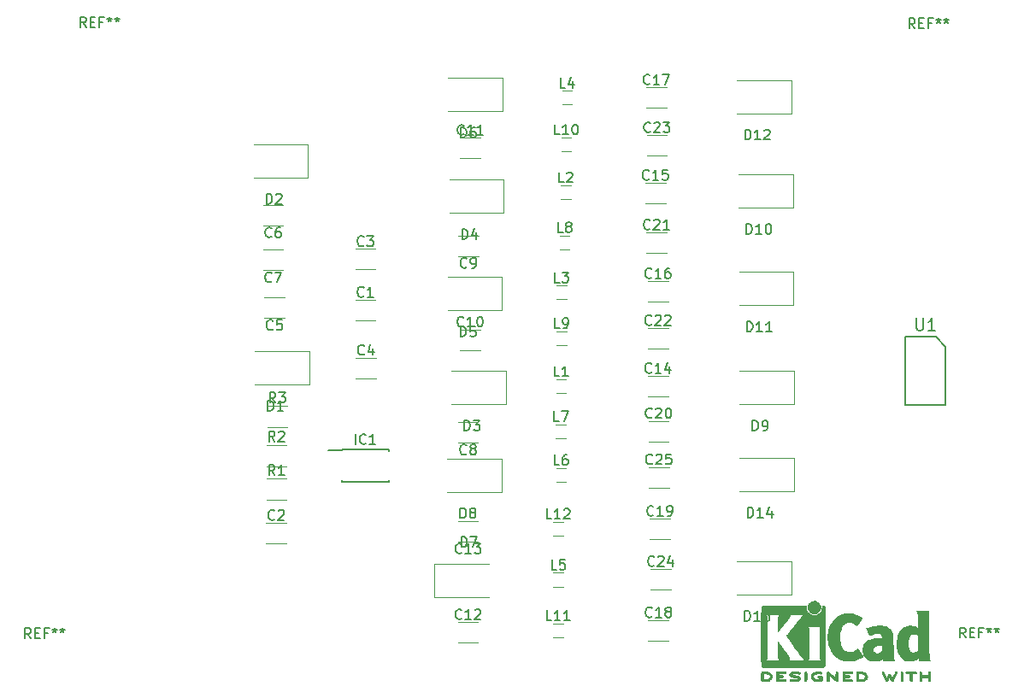
<source format=gbr>
G04 #@! TF.FileFunction,Legend,Top*
%FSLAX46Y46*%
G04 Gerber Fmt 4.6, Leading zero omitted, Abs format (unit mm)*
G04 Created by KiCad (PCBNEW 4.0.7-e2-6376~60~ubuntu17.10.1) date Tue Mar  6 13:11:32 2018*
%MOMM*%
%LPD*%
G01*
G04 APERTURE LIST*
%ADD10C,0.100000*%
%ADD11C,0.120000*%
%ADD12C,0.150000*%
%ADD13C,0.010000*%
G04 APERTURE END LIST*
D10*
D11*
X100298760Y-101184520D02*
X98298760Y-101184520D01*
X98298760Y-103224520D02*
X100298760Y-103224520D01*
X91449400Y-123300300D02*
X89449400Y-123300300D01*
X89449400Y-125340300D02*
X91449400Y-125340300D01*
X100298760Y-96155320D02*
X98298760Y-96155320D01*
X98298760Y-98195320D02*
X100298760Y-98195320D01*
X100354640Y-106940160D02*
X98354640Y-106940160D01*
X98354640Y-108980160D02*
X100354640Y-108980160D01*
X89297000Y-103001000D02*
X91297000Y-103001000D01*
X91297000Y-100961000D02*
X89297000Y-100961000D01*
X89162380Y-93836680D02*
X91162380Y-93836680D01*
X91162380Y-91796680D02*
X89162380Y-91796680D01*
X89162380Y-98279140D02*
X91162380Y-98279140D01*
X91162380Y-96239140D02*
X89162380Y-96239140D01*
X108461300Y-115358100D02*
X110461300Y-115358100D01*
X110461300Y-113318100D02*
X108461300Y-113318100D01*
X108496860Y-96854200D02*
X110496860Y-96854200D01*
X110496860Y-94814200D02*
X108496860Y-94814200D01*
X110664500Y-104146160D02*
X108664500Y-104146160D01*
X108664500Y-106186160D02*
X110664500Y-106186160D01*
X110692440Y-85119020D02*
X108692440Y-85119020D01*
X108692440Y-87159020D02*
X110692440Y-87159020D01*
X110461300Y-133130100D02*
X108461300Y-133130100D01*
X108461300Y-135170100D02*
X110461300Y-135170100D01*
X108461300Y-125149800D02*
X110461300Y-125149800D01*
X110461300Y-123109800D02*
X108461300Y-123109800D01*
X129272540Y-108728320D02*
X127272540Y-108728320D01*
X127272540Y-110768320D02*
X129272540Y-110768320D01*
X129021080Y-89589420D02*
X127021080Y-89589420D01*
X127021080Y-91629420D02*
X129021080Y-91629420D01*
X129272540Y-99340480D02*
X127272540Y-99340480D01*
X127272540Y-101380480D02*
X129272540Y-101380480D01*
X129104900Y-80145700D02*
X127104900Y-80145700D01*
X127104900Y-82185700D02*
X129104900Y-82185700D01*
X129320800Y-132939600D02*
X127320800Y-132939600D01*
X127320800Y-134979600D02*
X129320800Y-134979600D01*
X129473200Y-122881200D02*
X127473200Y-122881200D01*
X127473200Y-124921200D02*
X129473200Y-124921200D01*
X129328420Y-113198720D02*
X127328420Y-113198720D01*
X127328420Y-115238720D02*
X129328420Y-115238720D01*
X129132840Y-94506860D02*
X127132840Y-94506860D01*
X127132840Y-96546860D02*
X129132840Y-96546860D01*
X129272540Y-103978520D02*
X127272540Y-103978520D01*
X127272540Y-106018520D02*
X129272540Y-106018520D01*
X129160780Y-84867560D02*
X127160780Y-84867560D01*
X127160780Y-86907560D02*
X129160780Y-86907560D01*
X129549400Y-127872300D02*
X127549400Y-127872300D01*
X127549400Y-129912300D02*
X129549400Y-129912300D01*
X129358900Y-117775800D02*
X127358900Y-117775800D01*
X127358900Y-119815800D02*
X129358900Y-119815800D01*
D12*
X156777600Y-105879800D02*
X155777600Y-104879800D01*
X155777600Y-104879800D02*
X152797600Y-104879800D01*
X152797600Y-104879800D02*
X152797600Y-111629800D01*
X152797600Y-111629800D02*
X156777600Y-111629800D01*
X156777600Y-111629800D02*
X156777600Y-105879800D01*
D13*
G36*
X138702886Y-138027025D02*
X138755451Y-138027560D01*
X138909475Y-138031276D01*
X139038469Y-138042315D01*
X139146831Y-138061862D01*
X139238956Y-138091099D01*
X139319241Y-138131213D01*
X139392082Y-138183385D01*
X139418099Y-138206049D01*
X139461257Y-138259078D01*
X139500173Y-138331037D01*
X139530167Y-138410800D01*
X139546559Y-138487241D01*
X139548262Y-138515488D01*
X139537589Y-138593790D01*
X139508987Y-138679321D01*
X139467583Y-138760279D01*
X139418499Y-138824862D01*
X139410527Y-138832654D01*
X139342994Y-138887424D01*
X139269042Y-138930179D01*
X139184406Y-138962039D01*
X139084823Y-138984124D01*
X138966028Y-138997554D01*
X138823760Y-139003450D01*
X138758594Y-139003950D01*
X138675739Y-139003551D01*
X138617471Y-139001882D01*
X138578324Y-138998238D01*
X138552831Y-138991909D01*
X138535526Y-138982190D01*
X138526250Y-138973890D01*
X138517488Y-138963808D01*
X138510615Y-138950801D01*
X138505402Y-138931385D01*
X138501621Y-138902076D01*
X138499043Y-138859389D01*
X138497440Y-138799841D01*
X138496583Y-138719946D01*
X138496243Y-138616221D01*
X138496191Y-138515488D01*
X138495860Y-138381135D01*
X138495932Y-138273808D01*
X138497210Y-138222411D01*
X138691575Y-138222411D01*
X138691575Y-138808565D01*
X138815569Y-138808451D01*
X138890179Y-138806312D01*
X138968322Y-138800799D01*
X139033520Y-138793088D01*
X139035504Y-138792771D01*
X139140877Y-138767294D01*
X139222608Y-138727616D01*
X139284778Y-138671154D01*
X139324280Y-138610022D01*
X139348620Y-138542209D01*
X139346733Y-138478535D01*
X139318485Y-138410281D01*
X139263232Y-138339672D01*
X139186667Y-138287351D01*
X139087145Y-138252379D01*
X139020633Y-138240002D01*
X138945133Y-138231310D01*
X138865115Y-138225020D01*
X138797056Y-138222404D01*
X138793025Y-138222392D01*
X138691575Y-138222411D01*
X138497210Y-138222411D01*
X138498004Y-138190497D01*
X138503679Y-138128195D01*
X138514553Y-138083891D01*
X138532226Y-138054576D01*
X138558297Y-138037241D01*
X138594365Y-138028877D01*
X138642028Y-138026475D01*
X138702886Y-138027025D01*
X138702886Y-138027025D01*
G37*
X138702886Y-138027025D02*
X138755451Y-138027560D01*
X138909475Y-138031276D01*
X139038469Y-138042315D01*
X139146831Y-138061862D01*
X139238956Y-138091099D01*
X139319241Y-138131213D01*
X139392082Y-138183385D01*
X139418099Y-138206049D01*
X139461257Y-138259078D01*
X139500173Y-138331037D01*
X139530167Y-138410800D01*
X139546559Y-138487241D01*
X139548262Y-138515488D01*
X139537589Y-138593790D01*
X139508987Y-138679321D01*
X139467583Y-138760279D01*
X139418499Y-138824862D01*
X139410527Y-138832654D01*
X139342994Y-138887424D01*
X139269042Y-138930179D01*
X139184406Y-138962039D01*
X139084823Y-138984124D01*
X138966028Y-138997554D01*
X138823760Y-139003450D01*
X138758594Y-139003950D01*
X138675739Y-139003551D01*
X138617471Y-139001882D01*
X138578324Y-138998238D01*
X138552831Y-138991909D01*
X138535526Y-138982190D01*
X138526250Y-138973890D01*
X138517488Y-138963808D01*
X138510615Y-138950801D01*
X138505402Y-138931385D01*
X138501621Y-138902076D01*
X138499043Y-138859389D01*
X138497440Y-138799841D01*
X138496583Y-138719946D01*
X138496243Y-138616221D01*
X138496191Y-138515488D01*
X138495860Y-138381135D01*
X138495932Y-138273808D01*
X138497210Y-138222411D01*
X138691575Y-138222411D01*
X138691575Y-138808565D01*
X138815569Y-138808451D01*
X138890179Y-138806312D01*
X138968322Y-138800799D01*
X139033520Y-138793088D01*
X139035504Y-138792771D01*
X139140877Y-138767294D01*
X139222608Y-138727616D01*
X139284778Y-138671154D01*
X139324280Y-138610022D01*
X139348620Y-138542209D01*
X139346733Y-138478535D01*
X139318485Y-138410281D01*
X139263232Y-138339672D01*
X139186667Y-138287351D01*
X139087145Y-138252379D01*
X139020633Y-138240002D01*
X138945133Y-138231310D01*
X138865115Y-138225020D01*
X138797056Y-138222404D01*
X138793025Y-138222392D01*
X138691575Y-138222411D01*
X138497210Y-138222411D01*
X138498004Y-138190497D01*
X138503679Y-138128195D01*
X138514553Y-138083891D01*
X138532226Y-138054576D01*
X138558297Y-138037241D01*
X138594365Y-138028877D01*
X138642028Y-138026475D01*
X138702886Y-138027025D01*
G36*
X140578210Y-138027132D02*
X140670618Y-138027628D01*
X140740367Y-138028781D01*
X140791157Y-138030860D01*
X140826689Y-138034131D01*
X140850662Y-138038863D01*
X140866776Y-138045323D01*
X140878731Y-138053779D01*
X140883061Y-138057671D01*
X140909389Y-138099020D01*
X140914129Y-138146532D01*
X140896810Y-138188711D01*
X140888801Y-138197236D01*
X140875848Y-138205501D01*
X140854992Y-138211877D01*
X140822364Y-138216675D01*
X140774098Y-138220204D01*
X140706326Y-138222774D01*
X140615180Y-138224697D01*
X140531849Y-138225867D01*
X140202048Y-138229926D01*
X140193034Y-138402766D01*
X140416898Y-138402766D01*
X140514086Y-138403605D01*
X140585237Y-138407112D01*
X140634349Y-138414775D01*
X140665423Y-138428083D01*
X140682456Y-138448521D01*
X140689448Y-138477579D01*
X140690510Y-138504547D01*
X140687210Y-138537637D01*
X140674757Y-138562020D01*
X140649320Y-138578969D01*
X140607069Y-138589759D01*
X140544174Y-138595664D01*
X140456805Y-138597957D01*
X140409119Y-138598151D01*
X140194534Y-138598151D01*
X140194534Y-138808565D01*
X140525185Y-138808565D01*
X140633570Y-138808716D01*
X140715943Y-138809394D01*
X140776351Y-138810936D01*
X140818841Y-138813679D01*
X140847459Y-138817961D01*
X140866252Y-138824119D01*
X140879266Y-138832489D01*
X140885895Y-138838624D01*
X140908633Y-138874429D01*
X140915954Y-138906257D01*
X140905501Y-138945134D01*
X140885895Y-138973890D01*
X140875435Y-138982943D01*
X140861932Y-138989973D01*
X140841754Y-138995234D01*
X140811269Y-138998981D01*
X140766845Y-139001470D01*
X140704849Y-139002955D01*
X140621649Y-139003691D01*
X140513613Y-139003934D01*
X140457551Y-139003950D01*
X140337496Y-139003843D01*
X140243866Y-139003355D01*
X140173031Y-139002229D01*
X140121359Y-139000211D01*
X140085217Y-138997046D01*
X140060972Y-138992479D01*
X140044993Y-138986256D01*
X140033647Y-138978120D01*
X140029208Y-138973890D01*
X140020423Y-138963776D01*
X140013536Y-138950728D01*
X140008319Y-138931250D01*
X140004541Y-138901844D01*
X140001970Y-138859014D01*
X140000376Y-138799264D01*
X139999529Y-138719097D01*
X139999198Y-138615017D01*
X139999149Y-138518108D01*
X139999194Y-138394003D01*
X139999506Y-138296446D01*
X140000352Y-138221926D01*
X140001998Y-138166931D01*
X140004711Y-138127950D01*
X140008757Y-138101473D01*
X140014403Y-138083986D01*
X140021914Y-138071980D01*
X140031558Y-138061943D01*
X140033934Y-138059706D01*
X140045465Y-138049799D01*
X140058862Y-138042128D01*
X140077844Y-138036406D01*
X140106125Y-138032348D01*
X140147422Y-138029668D01*
X140205452Y-138028082D01*
X140283931Y-138027304D01*
X140386574Y-138027048D01*
X140459444Y-138027026D01*
X140578210Y-138027132D01*
X140578210Y-138027132D01*
G37*
X140578210Y-138027132D02*
X140670618Y-138027628D01*
X140740367Y-138028781D01*
X140791157Y-138030860D01*
X140826689Y-138034131D01*
X140850662Y-138038863D01*
X140866776Y-138045323D01*
X140878731Y-138053779D01*
X140883061Y-138057671D01*
X140909389Y-138099020D01*
X140914129Y-138146532D01*
X140896810Y-138188711D01*
X140888801Y-138197236D01*
X140875848Y-138205501D01*
X140854992Y-138211877D01*
X140822364Y-138216675D01*
X140774098Y-138220204D01*
X140706326Y-138222774D01*
X140615180Y-138224697D01*
X140531849Y-138225867D01*
X140202048Y-138229926D01*
X140193034Y-138402766D01*
X140416898Y-138402766D01*
X140514086Y-138403605D01*
X140585237Y-138407112D01*
X140634349Y-138414775D01*
X140665423Y-138428083D01*
X140682456Y-138448521D01*
X140689448Y-138477579D01*
X140690510Y-138504547D01*
X140687210Y-138537637D01*
X140674757Y-138562020D01*
X140649320Y-138578969D01*
X140607069Y-138589759D01*
X140544174Y-138595664D01*
X140456805Y-138597957D01*
X140409119Y-138598151D01*
X140194534Y-138598151D01*
X140194534Y-138808565D01*
X140525185Y-138808565D01*
X140633570Y-138808716D01*
X140715943Y-138809394D01*
X140776351Y-138810936D01*
X140818841Y-138813679D01*
X140847459Y-138817961D01*
X140866252Y-138824119D01*
X140879266Y-138832489D01*
X140885895Y-138838624D01*
X140908633Y-138874429D01*
X140915954Y-138906257D01*
X140905501Y-138945134D01*
X140885895Y-138973890D01*
X140875435Y-138982943D01*
X140861932Y-138989973D01*
X140841754Y-138995234D01*
X140811269Y-138998981D01*
X140766845Y-139001470D01*
X140704849Y-139002955D01*
X140621649Y-139003691D01*
X140513613Y-139003934D01*
X140457551Y-139003950D01*
X140337496Y-139003843D01*
X140243866Y-139003355D01*
X140173031Y-139002229D01*
X140121359Y-139000211D01*
X140085217Y-138997046D01*
X140060972Y-138992479D01*
X140044993Y-138986256D01*
X140033647Y-138978120D01*
X140029208Y-138973890D01*
X140020423Y-138963776D01*
X140013536Y-138950728D01*
X140008319Y-138931250D01*
X140004541Y-138901844D01*
X140001970Y-138859014D01*
X140000376Y-138799264D01*
X139999529Y-138719097D01*
X139999198Y-138615017D01*
X139999149Y-138518108D01*
X139999194Y-138394003D01*
X139999506Y-138296446D01*
X140000352Y-138221926D01*
X140001998Y-138166931D01*
X140004711Y-138127950D01*
X140008757Y-138101473D01*
X140014403Y-138083986D01*
X140021914Y-138071980D01*
X140031558Y-138061943D01*
X140033934Y-138059706D01*
X140045465Y-138049799D01*
X140058862Y-138042128D01*
X140077844Y-138036406D01*
X140106125Y-138032348D01*
X140147422Y-138029668D01*
X140205452Y-138028082D01*
X140283931Y-138027304D01*
X140386574Y-138027048D01*
X140459444Y-138027026D01*
X140578210Y-138027132D01*
G36*
X141937652Y-138028737D02*
X142037257Y-138035700D01*
X142129896Y-138046575D01*
X142210182Y-138060954D01*
X142272732Y-138078426D01*
X142312159Y-138098582D01*
X142318211Y-138104515D01*
X142339256Y-138150555D01*
X142332874Y-138197820D01*
X142300233Y-138238258D01*
X142298676Y-138239417D01*
X142279477Y-138251877D01*
X142259435Y-138258429D01*
X142231480Y-138259224D01*
X142188541Y-138254416D01*
X142123549Y-138244155D01*
X142118321Y-138243291D01*
X142021479Y-138231394D01*
X141916996Y-138225525D01*
X141812205Y-138225468D01*
X141714438Y-138231007D01*
X141631028Y-138241925D01*
X141569307Y-138258005D01*
X141565252Y-138259621D01*
X141520476Y-138284709D01*
X141504744Y-138310098D01*
X141517060Y-138335067D01*
X141556425Y-138358896D01*
X141621842Y-138380862D01*
X141712314Y-138400246D01*
X141772640Y-138409578D01*
X141898040Y-138427529D01*
X141997775Y-138443939D01*
X142076094Y-138460228D01*
X142137247Y-138477818D01*
X142185481Y-138498129D01*
X142225045Y-138522583D01*
X142260188Y-138552600D01*
X142288429Y-138582076D01*
X142321932Y-138623147D01*
X142338421Y-138658462D01*
X142343577Y-138701973D01*
X142343764Y-138717908D01*
X142339892Y-138770785D01*
X142324413Y-138810123D01*
X142297625Y-138845040D01*
X142243181Y-138898414D01*
X142182470Y-138939118D01*
X142110982Y-138968480D01*
X142024204Y-138987827D01*
X141917626Y-138998486D01*
X141786737Y-139001785D01*
X141765125Y-139001729D01*
X141677842Y-138999920D01*
X141591281Y-138995809D01*
X141514878Y-138989986D01*
X141458070Y-138983041D01*
X141453476Y-138982244D01*
X141396995Y-138968864D01*
X141349088Y-138951962D01*
X141321967Y-138936511D01*
X141296729Y-138895746D01*
X141294971Y-138848278D01*
X141316728Y-138805975D01*
X141321596Y-138801192D01*
X141341718Y-138786979D01*
X141366882Y-138780856D01*
X141405827Y-138781898D01*
X141453105Y-138787314D01*
X141505935Y-138792153D01*
X141579992Y-138796235D01*
X141666449Y-138799198D01*
X141756477Y-138800677D01*
X141780155Y-138800774D01*
X141870518Y-138800410D01*
X141936651Y-138798656D01*
X141984373Y-138794903D01*
X142019502Y-138788543D01*
X142047858Y-138778967D01*
X142064899Y-138770991D01*
X142102344Y-138748845D01*
X142126219Y-138728788D01*
X142129708Y-138723103D01*
X142122347Y-138699625D01*
X142087353Y-138676897D01*
X142027152Y-138655950D01*
X141944169Y-138637816D01*
X141919720Y-138633777D01*
X141792018Y-138613719D01*
X141690100Y-138596954D01*
X141610034Y-138582263D01*
X141547886Y-138568428D01*
X141499722Y-138554231D01*
X141461608Y-138538453D01*
X141429610Y-138519876D01*
X141399796Y-138497282D01*
X141368230Y-138469453D01*
X141357608Y-138459696D01*
X141320367Y-138423282D01*
X141300653Y-138394432D01*
X141292941Y-138361418D01*
X141291693Y-138319815D01*
X141305425Y-138238231D01*
X141346462Y-138168914D01*
X141414570Y-138112088D01*
X141509513Y-138067977D01*
X141577256Y-138048192D01*
X141650881Y-138035413D01*
X141739079Y-138028184D01*
X141836464Y-138026095D01*
X141937652Y-138028737D01*
X141937652Y-138028737D01*
G37*
X141937652Y-138028737D02*
X142037257Y-138035700D01*
X142129896Y-138046575D01*
X142210182Y-138060954D01*
X142272732Y-138078426D01*
X142312159Y-138098582D01*
X142318211Y-138104515D01*
X142339256Y-138150555D01*
X142332874Y-138197820D01*
X142300233Y-138238258D01*
X142298676Y-138239417D01*
X142279477Y-138251877D01*
X142259435Y-138258429D01*
X142231480Y-138259224D01*
X142188541Y-138254416D01*
X142123549Y-138244155D01*
X142118321Y-138243291D01*
X142021479Y-138231394D01*
X141916996Y-138225525D01*
X141812205Y-138225468D01*
X141714438Y-138231007D01*
X141631028Y-138241925D01*
X141569307Y-138258005D01*
X141565252Y-138259621D01*
X141520476Y-138284709D01*
X141504744Y-138310098D01*
X141517060Y-138335067D01*
X141556425Y-138358896D01*
X141621842Y-138380862D01*
X141712314Y-138400246D01*
X141772640Y-138409578D01*
X141898040Y-138427529D01*
X141997775Y-138443939D01*
X142076094Y-138460228D01*
X142137247Y-138477818D01*
X142185481Y-138498129D01*
X142225045Y-138522583D01*
X142260188Y-138552600D01*
X142288429Y-138582076D01*
X142321932Y-138623147D01*
X142338421Y-138658462D01*
X142343577Y-138701973D01*
X142343764Y-138717908D01*
X142339892Y-138770785D01*
X142324413Y-138810123D01*
X142297625Y-138845040D01*
X142243181Y-138898414D01*
X142182470Y-138939118D01*
X142110982Y-138968480D01*
X142024204Y-138987827D01*
X141917626Y-138998486D01*
X141786737Y-139001785D01*
X141765125Y-139001729D01*
X141677842Y-138999920D01*
X141591281Y-138995809D01*
X141514878Y-138989986D01*
X141458070Y-138983041D01*
X141453476Y-138982244D01*
X141396995Y-138968864D01*
X141349088Y-138951962D01*
X141321967Y-138936511D01*
X141296729Y-138895746D01*
X141294971Y-138848278D01*
X141316728Y-138805975D01*
X141321596Y-138801192D01*
X141341718Y-138786979D01*
X141366882Y-138780856D01*
X141405827Y-138781898D01*
X141453105Y-138787314D01*
X141505935Y-138792153D01*
X141579992Y-138796235D01*
X141666449Y-138799198D01*
X141756477Y-138800677D01*
X141780155Y-138800774D01*
X141870518Y-138800410D01*
X141936651Y-138798656D01*
X141984373Y-138794903D01*
X142019502Y-138788543D01*
X142047858Y-138778967D01*
X142064899Y-138770991D01*
X142102344Y-138748845D01*
X142126219Y-138728788D01*
X142129708Y-138723103D01*
X142122347Y-138699625D01*
X142087353Y-138676897D01*
X142027152Y-138655950D01*
X141944169Y-138637816D01*
X141919720Y-138633777D01*
X141792018Y-138613719D01*
X141690100Y-138596954D01*
X141610034Y-138582263D01*
X141547886Y-138568428D01*
X141499722Y-138554231D01*
X141461608Y-138538453D01*
X141429610Y-138519876D01*
X141399796Y-138497282D01*
X141368230Y-138469453D01*
X141357608Y-138459696D01*
X141320367Y-138423282D01*
X141300653Y-138394432D01*
X141292941Y-138361418D01*
X141291693Y-138319815D01*
X141305425Y-138238231D01*
X141346462Y-138168914D01*
X141414570Y-138112088D01*
X141509513Y-138067977D01*
X141577256Y-138048192D01*
X141650881Y-138035413D01*
X141739079Y-138028184D01*
X141836464Y-138026095D01*
X141937652Y-138028737D01*
G36*
X142959977Y-138057086D02*
X142968739Y-138067168D01*
X142975612Y-138080175D01*
X142980825Y-138099591D01*
X142984606Y-138128900D01*
X142987184Y-138171587D01*
X142988787Y-138231135D01*
X142989645Y-138311030D01*
X142989984Y-138414756D01*
X142990037Y-138515488D01*
X142989944Y-138640432D01*
X142989513Y-138738801D01*
X142988517Y-138814081D01*
X142986725Y-138869754D01*
X142983911Y-138909306D01*
X142979844Y-138936221D01*
X142974298Y-138953983D01*
X142967043Y-138966077D01*
X142959977Y-138973890D01*
X142916038Y-139000092D01*
X142869220Y-138997741D01*
X142827331Y-138969164D01*
X142817706Y-138958007D01*
X142810185Y-138945063D01*
X142804506Y-138926752D01*
X142800413Y-138899498D01*
X142797645Y-138859720D01*
X142795944Y-138803842D01*
X142795051Y-138728284D01*
X142794707Y-138629468D01*
X142794652Y-138517594D01*
X142794652Y-138100808D01*
X142831543Y-138063917D01*
X142877015Y-138032880D01*
X142921124Y-138031761D01*
X142959977Y-138057086D01*
X142959977Y-138057086D01*
G37*
X142959977Y-138057086D02*
X142968739Y-138067168D01*
X142975612Y-138080175D01*
X142980825Y-138099591D01*
X142984606Y-138128900D01*
X142987184Y-138171587D01*
X142988787Y-138231135D01*
X142989645Y-138311030D01*
X142989984Y-138414756D01*
X142990037Y-138515488D01*
X142989944Y-138640432D01*
X142989513Y-138738801D01*
X142988517Y-138814081D01*
X142986725Y-138869754D01*
X142983911Y-138909306D01*
X142979844Y-138936221D01*
X142974298Y-138953983D01*
X142967043Y-138966077D01*
X142959977Y-138973890D01*
X142916038Y-139000092D01*
X142869220Y-138997741D01*
X142827331Y-138969164D01*
X142817706Y-138958007D01*
X142810185Y-138945063D01*
X142804506Y-138926752D01*
X142800413Y-138899498D01*
X142797645Y-138859720D01*
X142795944Y-138803842D01*
X142795051Y-138728284D01*
X142794707Y-138629468D01*
X142794652Y-138517594D01*
X142794652Y-138100808D01*
X142831543Y-138063917D01*
X142877015Y-138032880D01*
X142921124Y-138031761D01*
X142959977Y-138057086D01*
G36*
X144256378Y-138034392D02*
X144347599Y-138049698D01*
X144417658Y-138073491D01*
X144463236Y-138104820D01*
X144475656Y-138122694D01*
X144488286Y-138164265D01*
X144479787Y-138201872D01*
X144452955Y-138237535D01*
X144411264Y-138254219D01*
X144350770Y-138252864D01*
X144303981Y-138243825D01*
X144200012Y-138226603D01*
X144093760Y-138224967D01*
X143974831Y-138238945D01*
X143941980Y-138244868D01*
X143831395Y-138276047D01*
X143744881Y-138322426D01*
X143683387Y-138383215D01*
X143647862Y-138457624D01*
X143640515Y-138496094D01*
X143645324Y-138574143D01*
X143676374Y-138643197D01*
X143730834Y-138701909D01*
X143805876Y-138748933D01*
X143898670Y-138782923D01*
X144006388Y-138802534D01*
X144126199Y-138806421D01*
X144255275Y-138793236D01*
X144262563Y-138791992D01*
X144313902Y-138782430D01*
X144342368Y-138773194D01*
X144354706Y-138759489D01*
X144357662Y-138736522D01*
X144357729Y-138724359D01*
X144357729Y-138673299D01*
X144266563Y-138673299D01*
X144186058Y-138667784D01*
X144131119Y-138650210D01*
X144099154Y-138619033D01*
X144087568Y-138572710D01*
X144087427Y-138566664D01*
X144094205Y-138527069D01*
X144117449Y-138498797D01*
X144160710Y-138480087D01*
X144227539Y-138469180D01*
X144292270Y-138465170D01*
X144386353Y-138462869D01*
X144454596Y-138466380D01*
X144501139Y-138479335D01*
X144530122Y-138505366D01*
X144545685Y-138548107D01*
X144551969Y-138611190D01*
X144553114Y-138694044D01*
X144551238Y-138786526D01*
X144545594Y-138849434D01*
X144536158Y-138883019D01*
X144534327Y-138885649D01*
X144482515Y-138927614D01*
X144406550Y-138960848D01*
X144311248Y-138984639D01*
X144201424Y-138998279D01*
X144081894Y-139001058D01*
X143957474Y-138992265D01*
X143884297Y-138981465D01*
X143769520Y-138948978D01*
X143662844Y-138895866D01*
X143573529Y-138826935D01*
X143559954Y-138813158D01*
X143515848Y-138755238D01*
X143476051Y-138683456D01*
X143445213Y-138608199D01*
X143427983Y-138539857D01*
X143425906Y-138513609D01*
X143434747Y-138458857D01*
X143458245Y-138390735D01*
X143491891Y-138319030D01*
X143531176Y-138253529D01*
X143565885Y-138209778D01*
X143647037Y-138144699D01*
X143751942Y-138092901D01*
X143876840Y-138055554D01*
X144017973Y-138033833D01*
X144147315Y-138028525D01*
X144256378Y-138034392D01*
X144256378Y-138034392D01*
G37*
X144256378Y-138034392D02*
X144347599Y-138049698D01*
X144417658Y-138073491D01*
X144463236Y-138104820D01*
X144475656Y-138122694D01*
X144488286Y-138164265D01*
X144479787Y-138201872D01*
X144452955Y-138237535D01*
X144411264Y-138254219D01*
X144350770Y-138252864D01*
X144303981Y-138243825D01*
X144200012Y-138226603D01*
X144093760Y-138224967D01*
X143974831Y-138238945D01*
X143941980Y-138244868D01*
X143831395Y-138276047D01*
X143744881Y-138322426D01*
X143683387Y-138383215D01*
X143647862Y-138457624D01*
X143640515Y-138496094D01*
X143645324Y-138574143D01*
X143676374Y-138643197D01*
X143730834Y-138701909D01*
X143805876Y-138748933D01*
X143898670Y-138782923D01*
X144006388Y-138802534D01*
X144126199Y-138806421D01*
X144255275Y-138793236D01*
X144262563Y-138791992D01*
X144313902Y-138782430D01*
X144342368Y-138773194D01*
X144354706Y-138759489D01*
X144357662Y-138736522D01*
X144357729Y-138724359D01*
X144357729Y-138673299D01*
X144266563Y-138673299D01*
X144186058Y-138667784D01*
X144131119Y-138650210D01*
X144099154Y-138619033D01*
X144087568Y-138572710D01*
X144087427Y-138566664D01*
X144094205Y-138527069D01*
X144117449Y-138498797D01*
X144160710Y-138480087D01*
X144227539Y-138469180D01*
X144292270Y-138465170D01*
X144386353Y-138462869D01*
X144454596Y-138466380D01*
X144501139Y-138479335D01*
X144530122Y-138505366D01*
X144545685Y-138548107D01*
X144551969Y-138611190D01*
X144553114Y-138694044D01*
X144551238Y-138786526D01*
X144545594Y-138849434D01*
X144536158Y-138883019D01*
X144534327Y-138885649D01*
X144482515Y-138927614D01*
X144406550Y-138960848D01*
X144311248Y-138984639D01*
X144201424Y-138998279D01*
X144081894Y-139001058D01*
X143957474Y-138992265D01*
X143884297Y-138981465D01*
X143769520Y-138948978D01*
X143662844Y-138895866D01*
X143573529Y-138826935D01*
X143559954Y-138813158D01*
X143515848Y-138755238D01*
X143476051Y-138683456D01*
X143445213Y-138608199D01*
X143427983Y-138539857D01*
X143425906Y-138513609D01*
X143434747Y-138458857D01*
X143458245Y-138390735D01*
X143491891Y-138319030D01*
X143531176Y-138253529D01*
X143565885Y-138209778D01*
X143647037Y-138144699D01*
X143751942Y-138092901D01*
X143876840Y-138055554D01*
X144017973Y-138033833D01*
X144147315Y-138028525D01*
X144256378Y-138034392D01*
G36*
X145121720Y-138032860D02*
X145153095Y-138051265D01*
X145194118Y-138081365D01*
X145246916Y-138124576D01*
X145313615Y-138182318D01*
X145396341Y-138256008D01*
X145497220Y-138347064D01*
X145612699Y-138451754D01*
X145853173Y-138669823D01*
X145860688Y-138377124D01*
X145863401Y-138276370D01*
X145866018Y-138201338D01*
X145869120Y-138147700D01*
X145873284Y-138111126D01*
X145879089Y-138087287D01*
X145887116Y-138071854D01*
X145897943Y-138060498D01*
X145903684Y-138055726D01*
X145949657Y-138030493D01*
X145993403Y-138034182D01*
X146028105Y-138055739D01*
X146063587Y-138084451D01*
X146068000Y-138503766D01*
X146069221Y-138627087D01*
X146069843Y-138723964D01*
X146069650Y-138798010D01*
X146068426Y-138852837D01*
X146065956Y-138892059D01*
X146062026Y-138919289D01*
X146056420Y-138938139D01*
X146048922Y-138952221D01*
X146040607Y-138963515D01*
X146022618Y-138984462D01*
X146004719Y-138998347D01*
X145984428Y-139003676D01*
X145959262Y-138998956D01*
X145926740Y-138982693D01*
X145884377Y-138953393D01*
X145829692Y-138909562D01*
X145760203Y-138849707D01*
X145673425Y-138772334D01*
X145575125Y-138683430D01*
X145221930Y-138363051D01*
X145214415Y-138654793D01*
X145211697Y-138755363D01*
X145209073Y-138830220D01*
X145205961Y-138883700D01*
X145201778Y-138920142D01*
X145195943Y-138943884D01*
X145187874Y-138959262D01*
X145176989Y-138970616D01*
X145171419Y-138975242D01*
X145122184Y-139000658D01*
X145075663Y-138996825D01*
X145035151Y-138964349D01*
X145025884Y-138951283D01*
X145018661Y-138936025D01*
X145013228Y-138914912D01*
X145009332Y-138884285D01*
X145006719Y-138840482D01*
X145005133Y-138779843D01*
X145004322Y-138698707D01*
X145004032Y-138593413D01*
X145004001Y-138515488D01*
X145004099Y-138393604D01*
X145004561Y-138298119D01*
X145005643Y-138225371D01*
X145007597Y-138171699D01*
X145010678Y-138133443D01*
X145015140Y-138106943D01*
X145021237Y-138088536D01*
X145029223Y-138074564D01*
X145035151Y-138066627D01*
X145050178Y-138047828D01*
X145064222Y-138033633D01*
X145079410Y-138025462D01*
X145097867Y-138024732D01*
X145121720Y-138032860D01*
X145121720Y-138032860D01*
G37*
X145121720Y-138032860D02*
X145153095Y-138051265D01*
X145194118Y-138081365D01*
X145246916Y-138124576D01*
X145313615Y-138182318D01*
X145396341Y-138256008D01*
X145497220Y-138347064D01*
X145612699Y-138451754D01*
X145853173Y-138669823D01*
X145860688Y-138377124D01*
X145863401Y-138276370D01*
X145866018Y-138201338D01*
X145869120Y-138147700D01*
X145873284Y-138111126D01*
X145879089Y-138087287D01*
X145887116Y-138071854D01*
X145897943Y-138060498D01*
X145903684Y-138055726D01*
X145949657Y-138030493D01*
X145993403Y-138034182D01*
X146028105Y-138055739D01*
X146063587Y-138084451D01*
X146068000Y-138503766D01*
X146069221Y-138627087D01*
X146069843Y-138723964D01*
X146069650Y-138798010D01*
X146068426Y-138852837D01*
X146065956Y-138892059D01*
X146062026Y-138919289D01*
X146056420Y-138938139D01*
X146048922Y-138952221D01*
X146040607Y-138963515D01*
X146022618Y-138984462D01*
X146004719Y-138998347D01*
X145984428Y-139003676D01*
X145959262Y-138998956D01*
X145926740Y-138982693D01*
X145884377Y-138953393D01*
X145829692Y-138909562D01*
X145760203Y-138849707D01*
X145673425Y-138772334D01*
X145575125Y-138683430D01*
X145221930Y-138363051D01*
X145214415Y-138654793D01*
X145211697Y-138755363D01*
X145209073Y-138830220D01*
X145205961Y-138883700D01*
X145201778Y-138920142D01*
X145195943Y-138943884D01*
X145187874Y-138959262D01*
X145176989Y-138970616D01*
X145171419Y-138975242D01*
X145122184Y-139000658D01*
X145075663Y-138996825D01*
X145035151Y-138964349D01*
X145025884Y-138951283D01*
X145018661Y-138936025D01*
X145013228Y-138914912D01*
X145009332Y-138884285D01*
X145006719Y-138840482D01*
X145005133Y-138779843D01*
X145004322Y-138698707D01*
X145004032Y-138593413D01*
X145004001Y-138515488D01*
X145004099Y-138393604D01*
X145004561Y-138298119D01*
X145005643Y-138225371D01*
X145007597Y-138171699D01*
X145010678Y-138133443D01*
X145015140Y-138106943D01*
X145021237Y-138088536D01*
X145029223Y-138074564D01*
X145035151Y-138066627D01*
X145050178Y-138047828D01*
X145064222Y-138033633D01*
X145079410Y-138025462D01*
X145097867Y-138024732D01*
X145121720Y-138032860D01*
G36*
X147159310Y-138027283D02*
X147260971Y-138028500D01*
X147338876Y-138031346D01*
X147396175Y-138036490D01*
X147436021Y-138044600D01*
X147461562Y-138056347D01*
X147475951Y-138072398D01*
X147482339Y-138093424D01*
X147483875Y-138120092D01*
X147483883Y-138123242D01*
X147482549Y-138153406D01*
X147476245Y-138176719D01*
X147461516Y-138194122D01*
X147434909Y-138206556D01*
X147392968Y-138214961D01*
X147332240Y-138220281D01*
X147249270Y-138223455D01*
X147140605Y-138225425D01*
X147107299Y-138225861D01*
X146785007Y-138229926D01*
X146780500Y-138316346D01*
X146775992Y-138402766D01*
X146999857Y-138402766D01*
X147087315Y-138403089D01*
X147149763Y-138404453D01*
X147192248Y-138407455D01*
X147219817Y-138412689D01*
X147237516Y-138420751D01*
X147250391Y-138432236D01*
X147250474Y-138432327D01*
X147273824Y-138477087D01*
X147272980Y-138525463D01*
X147248473Y-138566702D01*
X147243623Y-138570941D01*
X147226409Y-138581865D01*
X147202820Y-138589465D01*
X147167601Y-138594313D01*
X147115494Y-138596982D01*
X147041244Y-138598044D01*
X146993756Y-138598151D01*
X146777492Y-138598151D01*
X146777492Y-138808565D01*
X147105814Y-138808565D01*
X147214212Y-138808755D01*
X147296529Y-138809530D01*
X147356743Y-138811200D01*
X147398829Y-138814074D01*
X147426765Y-138818463D01*
X147444528Y-138824675D01*
X147456094Y-138833020D01*
X147459009Y-138836050D01*
X147480530Y-138878050D01*
X147482104Y-138925830D01*
X147464449Y-138967258D01*
X147450479Y-138980553D01*
X147435948Y-138987872D01*
X147413432Y-138993535D01*
X147379370Y-138997739D01*
X147330201Y-139000684D01*
X147262362Y-139002567D01*
X147172292Y-139003586D01*
X147056431Y-139003941D01*
X147030237Y-139003950D01*
X146912433Y-139003872D01*
X146820990Y-139003447D01*
X146752208Y-139002382D01*
X146702390Y-139000385D01*
X146667834Y-138997166D01*
X146644844Y-138992432D01*
X146629720Y-138985893D01*
X146618763Y-138977257D01*
X146612752Y-138971056D01*
X146603704Y-138960073D01*
X146596636Y-138946468D01*
X146591303Y-138926672D01*
X146587462Y-138897118D01*
X146584869Y-138854237D01*
X146583281Y-138794461D01*
X146582455Y-138714223D01*
X146582146Y-138609955D01*
X146582108Y-138522196D01*
X146582202Y-138399224D01*
X146582651Y-138302685D01*
X146583702Y-138228955D01*
X146585604Y-138174406D01*
X146588603Y-138135415D01*
X146592949Y-138108355D01*
X146598888Y-138089600D01*
X146606669Y-138075526D01*
X146613258Y-138066627D01*
X146644408Y-138027026D01*
X147030742Y-138027026D01*
X147159310Y-138027283D01*
X147159310Y-138027283D01*
G37*
X147159310Y-138027283D02*
X147260971Y-138028500D01*
X147338876Y-138031346D01*
X147396175Y-138036490D01*
X147436021Y-138044600D01*
X147461562Y-138056347D01*
X147475951Y-138072398D01*
X147482339Y-138093424D01*
X147483875Y-138120092D01*
X147483883Y-138123242D01*
X147482549Y-138153406D01*
X147476245Y-138176719D01*
X147461516Y-138194122D01*
X147434909Y-138206556D01*
X147392968Y-138214961D01*
X147332240Y-138220281D01*
X147249270Y-138223455D01*
X147140605Y-138225425D01*
X147107299Y-138225861D01*
X146785007Y-138229926D01*
X146780500Y-138316346D01*
X146775992Y-138402766D01*
X146999857Y-138402766D01*
X147087315Y-138403089D01*
X147149763Y-138404453D01*
X147192248Y-138407455D01*
X147219817Y-138412689D01*
X147237516Y-138420751D01*
X147250391Y-138432236D01*
X147250474Y-138432327D01*
X147273824Y-138477087D01*
X147272980Y-138525463D01*
X147248473Y-138566702D01*
X147243623Y-138570941D01*
X147226409Y-138581865D01*
X147202820Y-138589465D01*
X147167601Y-138594313D01*
X147115494Y-138596982D01*
X147041244Y-138598044D01*
X146993756Y-138598151D01*
X146777492Y-138598151D01*
X146777492Y-138808565D01*
X147105814Y-138808565D01*
X147214212Y-138808755D01*
X147296529Y-138809530D01*
X147356743Y-138811200D01*
X147398829Y-138814074D01*
X147426765Y-138818463D01*
X147444528Y-138824675D01*
X147456094Y-138833020D01*
X147459009Y-138836050D01*
X147480530Y-138878050D01*
X147482104Y-138925830D01*
X147464449Y-138967258D01*
X147450479Y-138980553D01*
X147435948Y-138987872D01*
X147413432Y-138993535D01*
X147379370Y-138997739D01*
X147330201Y-139000684D01*
X147262362Y-139002567D01*
X147172292Y-139003586D01*
X147056431Y-139003941D01*
X147030237Y-139003950D01*
X146912433Y-139003872D01*
X146820990Y-139003447D01*
X146752208Y-139002382D01*
X146702390Y-139000385D01*
X146667834Y-138997166D01*
X146644844Y-138992432D01*
X146629720Y-138985893D01*
X146618763Y-138977257D01*
X146612752Y-138971056D01*
X146603704Y-138960073D01*
X146596636Y-138946468D01*
X146591303Y-138926672D01*
X146587462Y-138897118D01*
X146584869Y-138854237D01*
X146583281Y-138794461D01*
X146582455Y-138714223D01*
X146582146Y-138609955D01*
X146582108Y-138522196D01*
X146582202Y-138399224D01*
X146582651Y-138302685D01*
X146583702Y-138228955D01*
X146585604Y-138174406D01*
X146588603Y-138135415D01*
X146592949Y-138108355D01*
X146598888Y-138089600D01*
X146606669Y-138075526D01*
X146613258Y-138066627D01*
X146644408Y-138027026D01*
X147030742Y-138027026D01*
X147159310Y-138027283D01*
G36*
X148208377Y-138027303D02*
X148380095Y-138033109D01*
X148526149Y-138050717D01*
X148648947Y-138081179D01*
X148750897Y-138125551D01*
X148834408Y-138184887D01*
X148901887Y-138260240D01*
X148955743Y-138352666D01*
X148956802Y-138354920D01*
X148988943Y-138437640D01*
X149000395Y-138510900D01*
X148991114Y-138584628D01*
X148961055Y-138668751D01*
X148955355Y-138681553D01*
X148916479Y-138756478D01*
X148872789Y-138814373D01*
X148816400Y-138863588D01*
X148739432Y-138912473D01*
X148734960Y-138915025D01*
X148667957Y-138947211D01*
X148592225Y-138971248D01*
X148502898Y-138987967D01*
X148395109Y-138998195D01*
X148263992Y-139002762D01*
X148217666Y-139003159D01*
X147997070Y-139003950D01*
X147965920Y-138964349D01*
X147956680Y-138951327D01*
X147949472Y-138936120D01*
X147944044Y-138915082D01*
X147940145Y-138884566D01*
X147937523Y-138840927D01*
X147936668Y-138808565D01*
X148145185Y-138808565D01*
X148270176Y-138808565D01*
X148343317Y-138806426D01*
X148418401Y-138800797D01*
X148480024Y-138792859D01*
X148483743Y-138792191D01*
X148593193Y-138762828D01*
X148678088Y-138718713D01*
X148741112Y-138657799D01*
X148784954Y-138578040D01*
X148792577Y-138556900D01*
X148800050Y-138523978D01*
X148796815Y-138491452D01*
X148781073Y-138448180D01*
X148771584Y-138426923D01*
X148740511Y-138370436D01*
X148703073Y-138330807D01*
X148661881Y-138303210D01*
X148579370Y-138267298D01*
X148473773Y-138241284D01*
X148350758Y-138226304D01*
X148261664Y-138223008D01*
X148145185Y-138222411D01*
X148145185Y-138808565D01*
X147936668Y-138808565D01*
X147935926Y-138780516D01*
X147935104Y-138699688D01*
X147934804Y-138594797D01*
X147934770Y-138512778D01*
X147934770Y-138100808D01*
X147971661Y-138063917D01*
X147988034Y-138048964D01*
X148005737Y-138038724D01*
X148030459Y-138032317D01*
X148067888Y-138028863D01*
X148123713Y-138027483D01*
X148203622Y-138027297D01*
X148208377Y-138027303D01*
X148208377Y-138027303D01*
G37*
X148208377Y-138027303D02*
X148380095Y-138033109D01*
X148526149Y-138050717D01*
X148648947Y-138081179D01*
X148750897Y-138125551D01*
X148834408Y-138184887D01*
X148901887Y-138260240D01*
X148955743Y-138352666D01*
X148956802Y-138354920D01*
X148988943Y-138437640D01*
X149000395Y-138510900D01*
X148991114Y-138584628D01*
X148961055Y-138668751D01*
X148955355Y-138681553D01*
X148916479Y-138756478D01*
X148872789Y-138814373D01*
X148816400Y-138863588D01*
X148739432Y-138912473D01*
X148734960Y-138915025D01*
X148667957Y-138947211D01*
X148592225Y-138971248D01*
X148502898Y-138987967D01*
X148395109Y-138998195D01*
X148263992Y-139002762D01*
X148217666Y-139003159D01*
X147997070Y-139003950D01*
X147965920Y-138964349D01*
X147956680Y-138951327D01*
X147949472Y-138936120D01*
X147944044Y-138915082D01*
X147940145Y-138884566D01*
X147937523Y-138840927D01*
X147936668Y-138808565D01*
X148145185Y-138808565D01*
X148270176Y-138808565D01*
X148343317Y-138806426D01*
X148418401Y-138800797D01*
X148480024Y-138792859D01*
X148483743Y-138792191D01*
X148593193Y-138762828D01*
X148678088Y-138718713D01*
X148741112Y-138657799D01*
X148784954Y-138578040D01*
X148792577Y-138556900D01*
X148800050Y-138523978D01*
X148796815Y-138491452D01*
X148781073Y-138448180D01*
X148771584Y-138426923D01*
X148740511Y-138370436D01*
X148703073Y-138330807D01*
X148661881Y-138303210D01*
X148579370Y-138267298D01*
X148473773Y-138241284D01*
X148350758Y-138226304D01*
X148261664Y-138223008D01*
X148145185Y-138222411D01*
X148145185Y-138808565D01*
X147936668Y-138808565D01*
X147935926Y-138780516D01*
X147935104Y-138699688D01*
X147934804Y-138594797D01*
X147934770Y-138512778D01*
X147934770Y-138100808D01*
X147971661Y-138063917D01*
X147988034Y-138048964D01*
X148005737Y-138038724D01*
X148030459Y-138032317D01*
X148067888Y-138028863D01*
X148123713Y-138027483D01*
X148203622Y-138027297D01*
X148208377Y-138027303D01*
G36*
X151838141Y-138029646D02*
X151864222Y-138038966D01*
X151865228Y-138039422D01*
X151900646Y-138066450D01*
X151920160Y-138094252D01*
X151923978Y-138107288D01*
X151923789Y-138124608D01*
X151918416Y-138149283D01*
X151906682Y-138184380D01*
X151887407Y-138232969D01*
X151859416Y-138298118D01*
X151821530Y-138382897D01*
X151772572Y-138490375D01*
X151745625Y-138549119D01*
X151696964Y-138653989D01*
X151651284Y-138750430D01*
X151610328Y-138834914D01*
X151575840Y-138903916D01*
X151549563Y-138953910D01*
X151533240Y-138981370D01*
X151530010Y-138985163D01*
X151488683Y-139001896D01*
X151442003Y-138999655D01*
X151404564Y-138979303D01*
X151403038Y-138977648D01*
X151388145Y-138955102D01*
X151363163Y-138911187D01*
X151331173Y-138851556D01*
X151295254Y-138781862D01*
X151282346Y-138756179D01*
X151184908Y-138561013D01*
X151078700Y-138773023D01*
X151040791Y-138846277D01*
X151005621Y-138909806D01*
X150976062Y-138958747D01*
X150954988Y-138988238D01*
X150947846Y-138994492D01*
X150892332Y-139002961D01*
X150846523Y-138985163D01*
X150833048Y-138966141D01*
X150809730Y-138923865D01*
X150778471Y-138862496D01*
X150741174Y-138786192D01*
X150699740Y-138699115D01*
X150656072Y-138605423D01*
X150612072Y-138509277D01*
X150569642Y-138414837D01*
X150530684Y-138326261D01*
X150497101Y-138247712D01*
X150470795Y-138183347D01*
X150453668Y-138137327D01*
X150447623Y-138113813D01*
X150447685Y-138112961D01*
X150462394Y-138083372D01*
X150491796Y-138053236D01*
X150493527Y-138051924D01*
X150529664Y-138031498D01*
X150563088Y-138031696D01*
X150575616Y-138035547D01*
X150590881Y-138043869D01*
X150607092Y-138060241D01*
X150626193Y-138088058D01*
X150650129Y-138130716D01*
X150680845Y-138191611D01*
X150720285Y-138274141D01*
X150755852Y-138350323D01*
X150796771Y-138438630D01*
X150833438Y-138518042D01*
X150863948Y-138584412D01*
X150886396Y-138633591D01*
X150898877Y-138661429D01*
X150900697Y-138665784D01*
X150908884Y-138658665D01*
X150927699Y-138628857D01*
X150954640Y-138580712D01*
X150987202Y-138518579D01*
X151000160Y-138492944D01*
X151044054Y-138406381D01*
X151077905Y-138343341D01*
X151104491Y-138300158D01*
X151126589Y-138273168D01*
X151146978Y-138258704D01*
X151168434Y-138253103D01*
X151182417Y-138252470D01*
X151207082Y-138254656D01*
X151228696Y-138263695D01*
X151250172Y-138283313D01*
X151274424Y-138317233D01*
X151304364Y-138369178D01*
X151342907Y-138442874D01*
X151364172Y-138484796D01*
X151398666Y-138551610D01*
X151428750Y-138607017D01*
X151451771Y-138646343D01*
X151465074Y-138664912D01*
X151466883Y-138665685D01*
X151475474Y-138651071D01*
X151494708Y-138613123D01*
X151522659Y-138555812D01*
X151557401Y-138483112D01*
X151597007Y-138398992D01*
X151616490Y-138357210D01*
X151667174Y-138249379D01*
X151707987Y-138166406D01*
X151741048Y-138105582D01*
X151768475Y-138064201D01*
X151792386Y-138039556D01*
X151814902Y-138028940D01*
X151838141Y-138029646D01*
X151838141Y-138029646D01*
G37*
X151838141Y-138029646D02*
X151864222Y-138038966D01*
X151865228Y-138039422D01*
X151900646Y-138066450D01*
X151920160Y-138094252D01*
X151923978Y-138107288D01*
X151923789Y-138124608D01*
X151918416Y-138149283D01*
X151906682Y-138184380D01*
X151887407Y-138232969D01*
X151859416Y-138298118D01*
X151821530Y-138382897D01*
X151772572Y-138490375D01*
X151745625Y-138549119D01*
X151696964Y-138653989D01*
X151651284Y-138750430D01*
X151610328Y-138834914D01*
X151575840Y-138903916D01*
X151549563Y-138953910D01*
X151533240Y-138981370D01*
X151530010Y-138985163D01*
X151488683Y-139001896D01*
X151442003Y-138999655D01*
X151404564Y-138979303D01*
X151403038Y-138977648D01*
X151388145Y-138955102D01*
X151363163Y-138911187D01*
X151331173Y-138851556D01*
X151295254Y-138781862D01*
X151282346Y-138756179D01*
X151184908Y-138561013D01*
X151078700Y-138773023D01*
X151040791Y-138846277D01*
X151005621Y-138909806D01*
X150976062Y-138958747D01*
X150954988Y-138988238D01*
X150947846Y-138994492D01*
X150892332Y-139002961D01*
X150846523Y-138985163D01*
X150833048Y-138966141D01*
X150809730Y-138923865D01*
X150778471Y-138862496D01*
X150741174Y-138786192D01*
X150699740Y-138699115D01*
X150656072Y-138605423D01*
X150612072Y-138509277D01*
X150569642Y-138414837D01*
X150530684Y-138326261D01*
X150497101Y-138247712D01*
X150470795Y-138183347D01*
X150453668Y-138137327D01*
X150447623Y-138113813D01*
X150447685Y-138112961D01*
X150462394Y-138083372D01*
X150491796Y-138053236D01*
X150493527Y-138051924D01*
X150529664Y-138031498D01*
X150563088Y-138031696D01*
X150575616Y-138035547D01*
X150590881Y-138043869D01*
X150607092Y-138060241D01*
X150626193Y-138088058D01*
X150650129Y-138130716D01*
X150680845Y-138191611D01*
X150720285Y-138274141D01*
X150755852Y-138350323D01*
X150796771Y-138438630D01*
X150833438Y-138518042D01*
X150863948Y-138584412D01*
X150886396Y-138633591D01*
X150898877Y-138661429D01*
X150900697Y-138665784D01*
X150908884Y-138658665D01*
X150927699Y-138628857D01*
X150954640Y-138580712D01*
X150987202Y-138518579D01*
X151000160Y-138492944D01*
X151044054Y-138406381D01*
X151077905Y-138343341D01*
X151104491Y-138300158D01*
X151126589Y-138273168D01*
X151146978Y-138258704D01*
X151168434Y-138253103D01*
X151182417Y-138252470D01*
X151207082Y-138254656D01*
X151228696Y-138263695D01*
X151250172Y-138283313D01*
X151274424Y-138317233D01*
X151304364Y-138369178D01*
X151342907Y-138442874D01*
X151364172Y-138484796D01*
X151398666Y-138551610D01*
X151428750Y-138607017D01*
X151451771Y-138646343D01*
X151465074Y-138664912D01*
X151466883Y-138665685D01*
X151475474Y-138651071D01*
X151494708Y-138613123D01*
X151522659Y-138555812D01*
X151557401Y-138483112D01*
X151597007Y-138398992D01*
X151616490Y-138357210D01*
X151667174Y-138249379D01*
X151707987Y-138166406D01*
X151741048Y-138105582D01*
X151768475Y-138064201D01*
X151792386Y-138039556D01*
X151814902Y-138028940D01*
X151838141Y-138029646D01*
G36*
X152429198Y-138036093D02*
X152460768Y-138055758D01*
X152496250Y-138084489D01*
X152496250Y-138512582D01*
X152496137Y-138637806D01*
X152495653Y-138736463D01*
X152494580Y-138812046D01*
X152492702Y-138868049D01*
X152489800Y-138907963D01*
X152485657Y-138935282D01*
X152480056Y-138953497D01*
X152472779Y-138966102D01*
X152467618Y-138972312D01*
X152425762Y-138999596D01*
X152378099Y-138998483D01*
X152336347Y-138975218D01*
X152300865Y-138946487D01*
X152300865Y-138084489D01*
X152336347Y-138055758D01*
X152370592Y-138034858D01*
X152398557Y-138027026D01*
X152429198Y-138036093D01*
X152429198Y-138036093D01*
G37*
X152429198Y-138036093D02*
X152460768Y-138055758D01*
X152496250Y-138084489D01*
X152496250Y-138512582D01*
X152496137Y-138637806D01*
X152495653Y-138736463D01*
X152494580Y-138812046D01*
X152492702Y-138868049D01*
X152489800Y-138907963D01*
X152485657Y-138935282D01*
X152480056Y-138953497D01*
X152472779Y-138966102D01*
X152467618Y-138972312D01*
X152425762Y-138999596D01*
X152378099Y-138998483D01*
X152336347Y-138975218D01*
X152300865Y-138946487D01*
X152300865Y-138084489D01*
X152336347Y-138055758D01*
X152370592Y-138034858D01*
X152398557Y-138027026D01*
X152429198Y-138036093D01*
G36*
X153460271Y-138027155D02*
X153565059Y-138027659D01*
X153646393Y-138028712D01*
X153707574Y-138030492D01*
X153751905Y-138033173D01*
X153782688Y-138036930D01*
X153803225Y-138041941D01*
X153816819Y-138048379D01*
X153823397Y-138053328D01*
X153857538Y-138096645D01*
X153861668Y-138141619D01*
X153840570Y-138182476D01*
X153826773Y-138198802D01*
X153811926Y-138209934D01*
X153790409Y-138216866D01*
X153756602Y-138220593D01*
X153704886Y-138222110D01*
X153629641Y-138222410D01*
X153614863Y-138222411D01*
X153420569Y-138222411D01*
X153420569Y-138583121D01*
X153420441Y-138696817D01*
X153419860Y-138784301D01*
X153418530Y-138849418D01*
X153416154Y-138896014D01*
X153412438Y-138927935D01*
X153407086Y-138949028D01*
X153399801Y-138963139D01*
X153390510Y-138973890D01*
X153346665Y-139000312D01*
X153300894Y-138998230D01*
X153259384Y-138968085D01*
X153256335Y-138964349D01*
X153246406Y-138950226D01*
X153238842Y-138933702D01*
X153233323Y-138910762D01*
X153229527Y-138877389D01*
X153227136Y-138829571D01*
X153225828Y-138763290D01*
X153225285Y-138674534D01*
X153225185Y-138573579D01*
X153225185Y-138222411D01*
X153039644Y-138222411D01*
X152960021Y-138221872D01*
X152904898Y-138219773D01*
X152868726Y-138215387D01*
X152845956Y-138207992D01*
X152831041Y-138196861D01*
X152829230Y-138194926D01*
X152807452Y-138150673D01*
X152809378Y-138100645D01*
X152834415Y-138057086D01*
X152844098Y-138048636D01*
X152856582Y-138041937D01*
X152875197Y-138036785D01*
X152903271Y-138032977D01*
X152944135Y-138030313D01*
X153001116Y-138028588D01*
X153077546Y-138027600D01*
X153176751Y-138027148D01*
X153302063Y-138027028D01*
X153328727Y-138027026D01*
X153460271Y-138027155D01*
X153460271Y-138027155D01*
G37*
X153460271Y-138027155D02*
X153565059Y-138027659D01*
X153646393Y-138028712D01*
X153707574Y-138030492D01*
X153751905Y-138033173D01*
X153782688Y-138036930D01*
X153803225Y-138041941D01*
X153816819Y-138048379D01*
X153823397Y-138053328D01*
X153857538Y-138096645D01*
X153861668Y-138141619D01*
X153840570Y-138182476D01*
X153826773Y-138198802D01*
X153811926Y-138209934D01*
X153790409Y-138216866D01*
X153756602Y-138220593D01*
X153704886Y-138222110D01*
X153629641Y-138222410D01*
X153614863Y-138222411D01*
X153420569Y-138222411D01*
X153420569Y-138583121D01*
X153420441Y-138696817D01*
X153419860Y-138784301D01*
X153418530Y-138849418D01*
X153416154Y-138896014D01*
X153412438Y-138927935D01*
X153407086Y-138949028D01*
X153399801Y-138963139D01*
X153390510Y-138973890D01*
X153346665Y-139000312D01*
X153300894Y-138998230D01*
X153259384Y-138968085D01*
X153256335Y-138964349D01*
X153246406Y-138950226D01*
X153238842Y-138933702D01*
X153233323Y-138910762D01*
X153229527Y-138877389D01*
X153227136Y-138829571D01*
X153225828Y-138763290D01*
X153225285Y-138674534D01*
X153225185Y-138573579D01*
X153225185Y-138222411D01*
X153039644Y-138222411D01*
X152960021Y-138221872D01*
X152904898Y-138219773D01*
X152868726Y-138215387D01*
X152845956Y-138207992D01*
X152831041Y-138196861D01*
X152829230Y-138194926D01*
X152807452Y-138150673D01*
X152809378Y-138100645D01*
X152834415Y-138057086D01*
X152844098Y-138048636D01*
X152856582Y-138041937D01*
X152875197Y-138036785D01*
X152903271Y-138032977D01*
X152944135Y-138030313D01*
X153001116Y-138028588D01*
X153077546Y-138027600D01*
X153176751Y-138027148D01*
X153302063Y-138027028D01*
X153328727Y-138027026D01*
X153460271Y-138027155D01*
G36*
X155145453Y-138034304D02*
X155187229Y-138063917D01*
X155224119Y-138100808D01*
X155224119Y-138512778D01*
X155224023Y-138635102D01*
X155223566Y-138731014D01*
X155222497Y-138804160D01*
X155220565Y-138858186D01*
X155217517Y-138896739D01*
X155213103Y-138923464D01*
X155207070Y-138942010D01*
X155199168Y-138956021D01*
X155192969Y-138964349D01*
X155152055Y-138997065D01*
X155105076Y-139000616D01*
X155062138Y-138980553D01*
X155047950Y-138968708D01*
X155038466Y-138952974D01*
X155032745Y-138927638D01*
X155029847Y-138886986D01*
X155028832Y-138825304D01*
X155028735Y-138777654D01*
X155028735Y-138598151D01*
X154367433Y-138598151D01*
X154367433Y-138761449D01*
X154366749Y-138836121D01*
X154364013Y-138887440D01*
X154358198Y-138922093D01*
X154348278Y-138946771D01*
X154336283Y-138964349D01*
X154295140Y-138996973D01*
X154248611Y-139000836D01*
X154204067Y-138977648D01*
X154191906Y-138965492D01*
X154183317Y-138949377D01*
X154177652Y-138924276D01*
X154174263Y-138885160D01*
X154172502Y-138827002D01*
X154171722Y-138744774D01*
X154171630Y-138725902D01*
X154170986Y-138570973D01*
X154170654Y-138443290D01*
X154170762Y-138340043D01*
X154171439Y-138258419D01*
X154172812Y-138195608D01*
X154175010Y-138148797D01*
X154178160Y-138115175D01*
X154182392Y-138091931D01*
X154187832Y-138076252D01*
X154194609Y-138065327D01*
X154202108Y-138057086D01*
X154244527Y-138030723D01*
X154288766Y-138034304D01*
X154330542Y-138063917D01*
X154347447Y-138083023D01*
X154358223Y-138104127D01*
X154364235Y-138134184D01*
X154366850Y-138180149D01*
X154367433Y-138248976D01*
X154367433Y-138402766D01*
X155028735Y-138402766D01*
X155028735Y-138244955D01*
X155029410Y-138172252D01*
X155032120Y-138123161D01*
X155037895Y-138091252D01*
X155047763Y-138070094D01*
X155058794Y-138057086D01*
X155101213Y-138030723D01*
X155145453Y-138034304D01*
X155145453Y-138034304D01*
G37*
X155145453Y-138034304D02*
X155187229Y-138063917D01*
X155224119Y-138100808D01*
X155224119Y-138512778D01*
X155224023Y-138635102D01*
X155223566Y-138731014D01*
X155222497Y-138804160D01*
X155220565Y-138858186D01*
X155217517Y-138896739D01*
X155213103Y-138923464D01*
X155207070Y-138942010D01*
X155199168Y-138956021D01*
X155192969Y-138964349D01*
X155152055Y-138997065D01*
X155105076Y-139000616D01*
X155062138Y-138980553D01*
X155047950Y-138968708D01*
X155038466Y-138952974D01*
X155032745Y-138927638D01*
X155029847Y-138886986D01*
X155028832Y-138825304D01*
X155028735Y-138777654D01*
X155028735Y-138598151D01*
X154367433Y-138598151D01*
X154367433Y-138761449D01*
X154366749Y-138836121D01*
X154364013Y-138887440D01*
X154358198Y-138922093D01*
X154348278Y-138946771D01*
X154336283Y-138964349D01*
X154295140Y-138996973D01*
X154248611Y-139000836D01*
X154204067Y-138977648D01*
X154191906Y-138965492D01*
X154183317Y-138949377D01*
X154177652Y-138924276D01*
X154174263Y-138885160D01*
X154172502Y-138827002D01*
X154171722Y-138744774D01*
X154171630Y-138725902D01*
X154170986Y-138570973D01*
X154170654Y-138443290D01*
X154170762Y-138340043D01*
X154171439Y-138258419D01*
X154172812Y-138195608D01*
X154175010Y-138148797D01*
X154178160Y-138115175D01*
X154182392Y-138091931D01*
X154187832Y-138076252D01*
X154194609Y-138065327D01*
X154202108Y-138057086D01*
X154244527Y-138030723D01*
X154288766Y-138034304D01*
X154330542Y-138063917D01*
X154347447Y-138083023D01*
X154358223Y-138104127D01*
X154364235Y-138134184D01*
X154366850Y-138180149D01*
X154367433Y-138248976D01*
X154367433Y-138402766D01*
X155028735Y-138402766D01*
X155028735Y-138244955D01*
X155029410Y-138172252D01*
X155032120Y-138123161D01*
X155037895Y-138091252D01*
X155047763Y-138070094D01*
X155058794Y-138057086D01*
X155101213Y-138030723D01*
X155145453Y-138034304D01*
G36*
X142929918Y-131663104D02*
X142944384Y-131814799D01*
X142986477Y-131958083D01*
X143054247Y-132089887D01*
X143145741Y-132207138D01*
X143259005Y-132306767D01*
X143388130Y-132383809D01*
X143529612Y-132436559D01*
X143672086Y-132461281D01*
X143812744Y-132459764D01*
X143948776Y-132433797D01*
X144077373Y-132385170D01*
X144195726Y-132315673D01*
X144301026Y-132227094D01*
X144390463Y-132121223D01*
X144461228Y-131999850D01*
X144510511Y-131864763D01*
X144535505Y-131717754D01*
X144538084Y-131651324D01*
X144538084Y-131534245D01*
X144607220Y-131534245D01*
X144655559Y-131538033D01*
X144691369Y-131553742D01*
X144727457Y-131585346D01*
X144778557Y-131636447D01*
X144778557Y-134554218D01*
X144778545Y-134903218D01*
X144778502Y-135223412D01*
X144778417Y-135516054D01*
X144778279Y-135782398D01*
X144778078Y-136023697D01*
X144777802Y-136241205D01*
X144777440Y-136436175D01*
X144776982Y-136609860D01*
X144776417Y-136763515D01*
X144775734Y-136898393D01*
X144774923Y-137015748D01*
X144773971Y-137116833D01*
X144772869Y-137202901D01*
X144771605Y-137275207D01*
X144770170Y-137335003D01*
X144768551Y-137383544D01*
X144766738Y-137422083D01*
X144764720Y-137451873D01*
X144762486Y-137474169D01*
X144760026Y-137490223D01*
X144757328Y-137501290D01*
X144754382Y-137508622D01*
X144752941Y-137511085D01*
X144747399Y-137520420D01*
X144742693Y-137529003D01*
X144737595Y-137536864D01*
X144730875Y-137544035D01*
X144721304Y-137550547D01*
X144707654Y-137556433D01*
X144688695Y-137561722D01*
X144663198Y-137566448D01*
X144629935Y-137570640D01*
X144587676Y-137574331D01*
X144535192Y-137577552D01*
X144471254Y-137580334D01*
X144394633Y-137582710D01*
X144304100Y-137584709D01*
X144198426Y-137586364D01*
X144076382Y-137587707D01*
X143936739Y-137588767D01*
X143778268Y-137589578D01*
X143599740Y-137590170D01*
X143399925Y-137590575D01*
X143177595Y-137590824D01*
X142931521Y-137590949D01*
X142660474Y-137590981D01*
X142363224Y-137590951D01*
X142038543Y-137590891D01*
X141685202Y-137590832D01*
X141634099Y-137590826D01*
X141278655Y-137590769D01*
X140952046Y-137590675D01*
X140653048Y-137590535D01*
X140380436Y-137590339D01*
X140132987Y-137590077D01*
X139909476Y-137589740D01*
X139708680Y-137589319D01*
X139529374Y-137588803D01*
X139370333Y-137588184D01*
X139230334Y-137587451D01*
X139108153Y-137586595D01*
X139002565Y-137585606D01*
X138912347Y-137584474D01*
X138836274Y-137583191D01*
X138773121Y-137581746D01*
X138721665Y-137580129D01*
X138680682Y-137578332D01*
X138648948Y-137576345D01*
X138625238Y-137574157D01*
X138608328Y-137571759D01*
X138596994Y-137569143D01*
X138591192Y-137566921D01*
X138579926Y-137562168D01*
X138569582Y-137558658D01*
X138560123Y-137555148D01*
X138551508Y-137550393D01*
X138543698Y-137543149D01*
X138536655Y-137532171D01*
X138530338Y-137516215D01*
X138524709Y-137494035D01*
X138519728Y-137464389D01*
X138515356Y-137426031D01*
X138511554Y-137377717D01*
X138508282Y-137318202D01*
X138505501Y-137246243D01*
X138503173Y-137160593D01*
X138501257Y-137060011D01*
X138499715Y-136943249D01*
X138498506Y-136809065D01*
X138497593Y-136656214D01*
X138496935Y-136483451D01*
X138496494Y-136289532D01*
X138496229Y-136073213D01*
X138496104Y-135833248D01*
X138496076Y-135568394D01*
X138496107Y-135277406D01*
X138496159Y-134959040D01*
X138496191Y-134612050D01*
X138496191Y-134555932D01*
X138496173Y-134205921D01*
X138496139Y-133884716D01*
X138496125Y-133591063D01*
X138496164Y-133323708D01*
X138496289Y-133081397D01*
X138496537Y-132862877D01*
X138496940Y-132666893D01*
X138497533Y-132492193D01*
X138498305Y-132345843D01*
X138901491Y-132345843D01*
X138954466Y-132422855D01*
X138969338Y-132443848D01*
X138982745Y-132462436D01*
X138994764Y-132480200D01*
X139005470Y-132498718D01*
X139014937Y-132519571D01*
X139023243Y-132544337D01*
X139030462Y-132574597D01*
X139036671Y-132611930D01*
X139041944Y-132657915D01*
X139046358Y-132714132D01*
X139049988Y-132782160D01*
X139052910Y-132863580D01*
X139055199Y-132959970D01*
X139056931Y-133072910D01*
X139058182Y-133203979D01*
X139059026Y-133354758D01*
X139059541Y-133526826D01*
X139059801Y-133721761D01*
X139059883Y-133941145D01*
X139059861Y-134186556D01*
X139059812Y-134459574D01*
X139059800Y-134622825D01*
X139059832Y-134911663D01*
X139059877Y-135172023D01*
X139059861Y-135405486D01*
X139059709Y-135613634D01*
X139059346Y-135798049D01*
X139058697Y-135960311D01*
X139057687Y-136102002D01*
X139056241Y-136224704D01*
X139054285Y-136329997D01*
X139051744Y-136419463D01*
X139048543Y-136494683D01*
X139044607Y-136557239D01*
X139039860Y-136608712D01*
X139034230Y-136650683D01*
X139027639Y-136684733D01*
X139020014Y-136712445D01*
X139011280Y-136735398D01*
X139001361Y-136755176D01*
X138990184Y-136773358D01*
X138977673Y-136791526D01*
X138963752Y-136811262D01*
X138955643Y-136823099D01*
X138904022Y-136899808D01*
X139611726Y-136899808D01*
X139775814Y-136899761D01*
X139912273Y-136899561D01*
X140023531Y-136899113D01*
X140112019Y-136898324D01*
X140180164Y-136897100D01*
X140230397Y-136895349D01*
X140265147Y-136892977D01*
X140286842Y-136889890D01*
X140297913Y-136885996D01*
X140300789Y-136881200D01*
X140297899Y-136875410D01*
X140296307Y-136873506D01*
X140262823Y-136824150D01*
X140228344Y-136753853D01*
X140196911Y-136671307D01*
X140185902Y-136636141D01*
X140179756Y-136612255D01*
X140174562Y-136584215D01*
X140170210Y-136549245D01*
X140166592Y-136504569D01*
X140163597Y-136447409D01*
X140161117Y-136374990D01*
X140159042Y-136284535D01*
X140157263Y-136173268D01*
X140155670Y-136038411D01*
X140154154Y-135877189D01*
X140153652Y-135817677D01*
X140152298Y-135651056D01*
X140151288Y-135512106D01*
X140150699Y-135398441D01*
X140150609Y-135307676D01*
X140151096Y-135237424D01*
X140152237Y-135185299D01*
X140154110Y-135148914D01*
X140156793Y-135125884D01*
X140160364Y-135113822D01*
X140164901Y-135110341D01*
X140170481Y-135113056D01*
X140176437Y-135118802D01*
X140190223Y-135136023D01*
X140219590Y-135174731D01*
X140262461Y-135232090D01*
X140316758Y-135305261D01*
X140380403Y-135391406D01*
X140451317Y-135487689D01*
X140527424Y-135591272D01*
X140606645Y-135699317D01*
X140686902Y-135808987D01*
X140766118Y-135917444D01*
X140842214Y-136021850D01*
X140913113Y-136119369D01*
X140976737Y-136207163D01*
X141031007Y-136282394D01*
X141073847Y-136342224D01*
X141103178Y-136383817D01*
X141109260Y-136392647D01*
X141139776Y-136441778D01*
X141175468Y-136505670D01*
X141209283Y-136571622D01*
X141213571Y-136580517D01*
X141242432Y-136644682D01*
X141259188Y-136694690D01*
X141266817Y-136742387D01*
X141268306Y-136798358D01*
X141267462Y-136899808D01*
X142804436Y-136899808D01*
X142683065Y-136775018D01*
X142620761Y-136708590D01*
X142553810Y-136633396D01*
X142492508Y-136561143D01*
X142465315Y-136527390D01*
X142424791Y-136474741D01*
X142371464Y-136403897D01*
X142306893Y-136317027D01*
X142232639Y-136216302D01*
X142150259Y-136103889D01*
X142061314Y-135981959D01*
X141967362Y-135852682D01*
X141869962Y-135718226D01*
X141770675Y-135580761D01*
X141671059Y-135442457D01*
X141572673Y-135305483D01*
X141477076Y-135172009D01*
X141385828Y-135044204D01*
X141300488Y-134924237D01*
X141222615Y-134814279D01*
X141153769Y-134716498D01*
X141095508Y-134633064D01*
X141049391Y-134566146D01*
X141016979Y-134517914D01*
X140999830Y-134490538D01*
X140997490Y-134485076D01*
X141008086Y-134469997D01*
X141035772Y-134433810D01*
X141078731Y-134378781D01*
X141135150Y-134307173D01*
X141203214Y-134221251D01*
X141281107Y-134123278D01*
X141367015Y-134015518D01*
X141459123Y-133900235D01*
X141555617Y-133779694D01*
X141654681Y-133656159D01*
X141734202Y-133557162D01*
X143080214Y-133557162D01*
X143088082Y-133574413D01*
X143107160Y-133604035D01*
X143108554Y-133606008D01*
X143133567Y-133646153D01*
X143159724Y-133695189D01*
X143164915Y-133706021D01*
X143169623Y-133717243D01*
X143173783Y-133730714D01*
X143177437Y-133748290D01*
X143180625Y-133771825D01*
X143183385Y-133803174D01*
X143185759Y-133844192D01*
X143187787Y-133896732D01*
X143189508Y-133962651D01*
X143190964Y-134043803D01*
X143192193Y-134142042D01*
X143193236Y-134259223D01*
X143194134Y-134397201D01*
X143194926Y-134557831D01*
X143195652Y-134742968D01*
X143196353Y-134954466D01*
X143197063Y-135192589D01*
X143197780Y-135439047D01*
X143198358Y-135657309D01*
X143198709Y-135849235D01*
X143198742Y-136016687D01*
X143198368Y-136161529D01*
X143197497Y-136285620D01*
X143196039Y-136390824D01*
X143193904Y-136479002D01*
X143191003Y-136552016D01*
X143187246Y-136611728D01*
X143182543Y-136660000D01*
X143176805Y-136698694D01*
X143169941Y-136729671D01*
X143161862Y-136754794D01*
X143152478Y-136775925D01*
X143141700Y-136794925D01*
X143129437Y-136813656D01*
X143118120Y-136830255D01*
X143095306Y-136865262D01*
X143081797Y-136888673D01*
X143080214Y-136892960D01*
X143094735Y-136894394D01*
X143136265Y-136895726D01*
X143201751Y-136896925D01*
X143288145Y-136897957D01*
X143392394Y-136898792D01*
X143511448Y-136899397D01*
X143642256Y-136899740D01*
X143734001Y-136899808D01*
X143873785Y-136899514D01*
X144002716Y-136898673D01*
X144117882Y-136897343D01*
X144216370Y-136895583D01*
X144295264Y-136893452D01*
X144351652Y-136891008D01*
X144382620Y-136888311D01*
X144387788Y-136886618D01*
X144377540Y-136866777D01*
X144366891Y-136856086D01*
X144349354Y-136833284D01*
X144326403Y-136793009D01*
X144310530Y-136760311D01*
X144275066Y-136681879D01*
X144270972Y-135115044D01*
X144266878Y-133548210D01*
X143673546Y-133548210D01*
X143543317Y-133548429D01*
X143422970Y-133549053D01*
X143315708Y-133550033D01*
X143224733Y-133551323D01*
X143153247Y-133552872D01*
X143104454Y-133554634D01*
X143081555Y-133556559D01*
X143080214Y-133557162D01*
X141734202Y-133557162D01*
X141754500Y-133531893D01*
X141853260Y-133409161D01*
X141949147Y-133290227D01*
X142040344Y-133177354D01*
X142125038Y-133072808D01*
X142201413Y-132978851D01*
X142267656Y-132897748D01*
X142321950Y-132831764D01*
X142344802Y-132804245D01*
X142459688Y-132670229D01*
X142561669Y-132559383D01*
X142653285Y-132469089D01*
X142737074Y-132396731D01*
X142749563Y-132386922D01*
X142802167Y-132346176D01*
X142048776Y-132346010D01*
X141295386Y-132345843D01*
X141302427Y-132409719D01*
X141298030Y-132486064D01*
X141269364Y-132576962D01*
X141216144Y-132683137D01*
X141155823Y-132779372D01*
X141134231Y-132809521D01*
X141096882Y-132859521D01*
X141046003Y-132926522D01*
X140983820Y-133007671D01*
X140912559Y-133100118D01*
X140834448Y-133201013D01*
X140751712Y-133307503D01*
X140666577Y-133416738D01*
X140581271Y-133525867D01*
X140498019Y-133632039D01*
X140419048Y-133732403D01*
X140346585Y-133824107D01*
X140282855Y-133904301D01*
X140230085Y-133970134D01*
X140190502Y-134018754D01*
X140166331Y-134047310D01*
X140162259Y-134051701D01*
X140158452Y-134041042D01*
X140155505Y-134000710D01*
X140153423Y-133931080D01*
X140152211Y-133832527D01*
X140151874Y-133705424D01*
X140152417Y-133550148D01*
X140153627Y-133390399D01*
X140155387Y-133214511D01*
X140157417Y-133065747D01*
X140160047Y-132941172D01*
X140163609Y-132837851D01*
X140168434Y-132752849D01*
X140174853Y-132683232D01*
X140183196Y-132626064D01*
X140193796Y-132578411D01*
X140206983Y-132537337D01*
X140223088Y-132499907D01*
X140242443Y-132463187D01*
X140261990Y-132429851D01*
X140312577Y-132345843D01*
X138901491Y-132345843D01*
X138498305Y-132345843D01*
X138498349Y-132337522D01*
X138499422Y-132201627D01*
X138500787Y-132083254D01*
X138502478Y-131981149D01*
X138504528Y-131894059D01*
X138506972Y-131820730D01*
X138509844Y-131759909D01*
X138513178Y-131710340D01*
X138517007Y-131670772D01*
X138521366Y-131639950D01*
X138526289Y-131616620D01*
X138531810Y-131599528D01*
X138537962Y-131587422D01*
X138544781Y-131579047D01*
X138552300Y-131573150D01*
X138560553Y-131568476D01*
X138569573Y-131563773D01*
X138577556Y-131559022D01*
X138584523Y-131555592D01*
X138595408Y-131552492D01*
X138611668Y-131549705D01*
X138634761Y-131547214D01*
X138666143Y-131545003D01*
X138707272Y-131543056D01*
X138759606Y-131541356D01*
X138824601Y-131539887D01*
X138903715Y-131538632D01*
X138998404Y-131537574D01*
X139110128Y-131536698D01*
X139240341Y-131535987D01*
X139390503Y-131535425D01*
X139562070Y-131534994D01*
X139756499Y-131534679D01*
X139975248Y-131534463D01*
X140219774Y-131534330D01*
X140491535Y-131534263D01*
X140772644Y-131534245D01*
X142929918Y-131534245D01*
X142929918Y-131663104D01*
X142929918Y-131663104D01*
G37*
X142929918Y-131663104D02*
X142944384Y-131814799D01*
X142986477Y-131958083D01*
X143054247Y-132089887D01*
X143145741Y-132207138D01*
X143259005Y-132306767D01*
X143388130Y-132383809D01*
X143529612Y-132436559D01*
X143672086Y-132461281D01*
X143812744Y-132459764D01*
X143948776Y-132433797D01*
X144077373Y-132385170D01*
X144195726Y-132315673D01*
X144301026Y-132227094D01*
X144390463Y-132121223D01*
X144461228Y-131999850D01*
X144510511Y-131864763D01*
X144535505Y-131717754D01*
X144538084Y-131651324D01*
X144538084Y-131534245D01*
X144607220Y-131534245D01*
X144655559Y-131538033D01*
X144691369Y-131553742D01*
X144727457Y-131585346D01*
X144778557Y-131636447D01*
X144778557Y-134554218D01*
X144778545Y-134903218D01*
X144778502Y-135223412D01*
X144778417Y-135516054D01*
X144778279Y-135782398D01*
X144778078Y-136023697D01*
X144777802Y-136241205D01*
X144777440Y-136436175D01*
X144776982Y-136609860D01*
X144776417Y-136763515D01*
X144775734Y-136898393D01*
X144774923Y-137015748D01*
X144773971Y-137116833D01*
X144772869Y-137202901D01*
X144771605Y-137275207D01*
X144770170Y-137335003D01*
X144768551Y-137383544D01*
X144766738Y-137422083D01*
X144764720Y-137451873D01*
X144762486Y-137474169D01*
X144760026Y-137490223D01*
X144757328Y-137501290D01*
X144754382Y-137508622D01*
X144752941Y-137511085D01*
X144747399Y-137520420D01*
X144742693Y-137529003D01*
X144737595Y-137536864D01*
X144730875Y-137544035D01*
X144721304Y-137550547D01*
X144707654Y-137556433D01*
X144688695Y-137561722D01*
X144663198Y-137566448D01*
X144629935Y-137570640D01*
X144587676Y-137574331D01*
X144535192Y-137577552D01*
X144471254Y-137580334D01*
X144394633Y-137582710D01*
X144304100Y-137584709D01*
X144198426Y-137586364D01*
X144076382Y-137587707D01*
X143936739Y-137588767D01*
X143778268Y-137589578D01*
X143599740Y-137590170D01*
X143399925Y-137590575D01*
X143177595Y-137590824D01*
X142931521Y-137590949D01*
X142660474Y-137590981D01*
X142363224Y-137590951D01*
X142038543Y-137590891D01*
X141685202Y-137590832D01*
X141634099Y-137590826D01*
X141278655Y-137590769D01*
X140952046Y-137590675D01*
X140653048Y-137590535D01*
X140380436Y-137590339D01*
X140132987Y-137590077D01*
X139909476Y-137589740D01*
X139708680Y-137589319D01*
X139529374Y-137588803D01*
X139370333Y-137588184D01*
X139230334Y-137587451D01*
X139108153Y-137586595D01*
X139002565Y-137585606D01*
X138912347Y-137584474D01*
X138836274Y-137583191D01*
X138773121Y-137581746D01*
X138721665Y-137580129D01*
X138680682Y-137578332D01*
X138648948Y-137576345D01*
X138625238Y-137574157D01*
X138608328Y-137571759D01*
X138596994Y-137569143D01*
X138591192Y-137566921D01*
X138579926Y-137562168D01*
X138569582Y-137558658D01*
X138560123Y-137555148D01*
X138551508Y-137550393D01*
X138543698Y-137543149D01*
X138536655Y-137532171D01*
X138530338Y-137516215D01*
X138524709Y-137494035D01*
X138519728Y-137464389D01*
X138515356Y-137426031D01*
X138511554Y-137377717D01*
X138508282Y-137318202D01*
X138505501Y-137246243D01*
X138503173Y-137160593D01*
X138501257Y-137060011D01*
X138499715Y-136943249D01*
X138498506Y-136809065D01*
X138497593Y-136656214D01*
X138496935Y-136483451D01*
X138496494Y-136289532D01*
X138496229Y-136073213D01*
X138496104Y-135833248D01*
X138496076Y-135568394D01*
X138496107Y-135277406D01*
X138496159Y-134959040D01*
X138496191Y-134612050D01*
X138496191Y-134555932D01*
X138496173Y-134205921D01*
X138496139Y-133884716D01*
X138496125Y-133591063D01*
X138496164Y-133323708D01*
X138496289Y-133081397D01*
X138496537Y-132862877D01*
X138496940Y-132666893D01*
X138497533Y-132492193D01*
X138498305Y-132345843D01*
X138901491Y-132345843D01*
X138954466Y-132422855D01*
X138969338Y-132443848D01*
X138982745Y-132462436D01*
X138994764Y-132480200D01*
X139005470Y-132498718D01*
X139014937Y-132519571D01*
X139023243Y-132544337D01*
X139030462Y-132574597D01*
X139036671Y-132611930D01*
X139041944Y-132657915D01*
X139046358Y-132714132D01*
X139049988Y-132782160D01*
X139052910Y-132863580D01*
X139055199Y-132959970D01*
X139056931Y-133072910D01*
X139058182Y-133203979D01*
X139059026Y-133354758D01*
X139059541Y-133526826D01*
X139059801Y-133721761D01*
X139059883Y-133941145D01*
X139059861Y-134186556D01*
X139059812Y-134459574D01*
X139059800Y-134622825D01*
X139059832Y-134911663D01*
X139059877Y-135172023D01*
X139059861Y-135405486D01*
X139059709Y-135613634D01*
X139059346Y-135798049D01*
X139058697Y-135960311D01*
X139057687Y-136102002D01*
X139056241Y-136224704D01*
X139054285Y-136329997D01*
X139051744Y-136419463D01*
X139048543Y-136494683D01*
X139044607Y-136557239D01*
X139039860Y-136608712D01*
X139034230Y-136650683D01*
X139027639Y-136684733D01*
X139020014Y-136712445D01*
X139011280Y-136735398D01*
X139001361Y-136755176D01*
X138990184Y-136773358D01*
X138977673Y-136791526D01*
X138963752Y-136811262D01*
X138955643Y-136823099D01*
X138904022Y-136899808D01*
X139611726Y-136899808D01*
X139775814Y-136899761D01*
X139912273Y-136899561D01*
X140023531Y-136899113D01*
X140112019Y-136898324D01*
X140180164Y-136897100D01*
X140230397Y-136895349D01*
X140265147Y-136892977D01*
X140286842Y-136889890D01*
X140297913Y-136885996D01*
X140300789Y-136881200D01*
X140297899Y-136875410D01*
X140296307Y-136873506D01*
X140262823Y-136824150D01*
X140228344Y-136753853D01*
X140196911Y-136671307D01*
X140185902Y-136636141D01*
X140179756Y-136612255D01*
X140174562Y-136584215D01*
X140170210Y-136549245D01*
X140166592Y-136504569D01*
X140163597Y-136447409D01*
X140161117Y-136374990D01*
X140159042Y-136284535D01*
X140157263Y-136173268D01*
X140155670Y-136038411D01*
X140154154Y-135877189D01*
X140153652Y-135817677D01*
X140152298Y-135651056D01*
X140151288Y-135512106D01*
X140150699Y-135398441D01*
X140150609Y-135307676D01*
X140151096Y-135237424D01*
X140152237Y-135185299D01*
X140154110Y-135148914D01*
X140156793Y-135125884D01*
X140160364Y-135113822D01*
X140164901Y-135110341D01*
X140170481Y-135113056D01*
X140176437Y-135118802D01*
X140190223Y-135136023D01*
X140219590Y-135174731D01*
X140262461Y-135232090D01*
X140316758Y-135305261D01*
X140380403Y-135391406D01*
X140451317Y-135487689D01*
X140527424Y-135591272D01*
X140606645Y-135699317D01*
X140686902Y-135808987D01*
X140766118Y-135917444D01*
X140842214Y-136021850D01*
X140913113Y-136119369D01*
X140976737Y-136207163D01*
X141031007Y-136282394D01*
X141073847Y-136342224D01*
X141103178Y-136383817D01*
X141109260Y-136392647D01*
X141139776Y-136441778D01*
X141175468Y-136505670D01*
X141209283Y-136571622D01*
X141213571Y-136580517D01*
X141242432Y-136644682D01*
X141259188Y-136694690D01*
X141266817Y-136742387D01*
X141268306Y-136798358D01*
X141267462Y-136899808D01*
X142804436Y-136899808D01*
X142683065Y-136775018D01*
X142620761Y-136708590D01*
X142553810Y-136633396D01*
X142492508Y-136561143D01*
X142465315Y-136527390D01*
X142424791Y-136474741D01*
X142371464Y-136403897D01*
X142306893Y-136317027D01*
X142232639Y-136216302D01*
X142150259Y-136103889D01*
X142061314Y-135981959D01*
X141967362Y-135852682D01*
X141869962Y-135718226D01*
X141770675Y-135580761D01*
X141671059Y-135442457D01*
X141572673Y-135305483D01*
X141477076Y-135172009D01*
X141385828Y-135044204D01*
X141300488Y-134924237D01*
X141222615Y-134814279D01*
X141153769Y-134716498D01*
X141095508Y-134633064D01*
X141049391Y-134566146D01*
X141016979Y-134517914D01*
X140999830Y-134490538D01*
X140997490Y-134485076D01*
X141008086Y-134469997D01*
X141035772Y-134433810D01*
X141078731Y-134378781D01*
X141135150Y-134307173D01*
X141203214Y-134221251D01*
X141281107Y-134123278D01*
X141367015Y-134015518D01*
X141459123Y-133900235D01*
X141555617Y-133779694D01*
X141654681Y-133656159D01*
X141734202Y-133557162D01*
X143080214Y-133557162D01*
X143088082Y-133574413D01*
X143107160Y-133604035D01*
X143108554Y-133606008D01*
X143133567Y-133646153D01*
X143159724Y-133695189D01*
X143164915Y-133706021D01*
X143169623Y-133717243D01*
X143173783Y-133730714D01*
X143177437Y-133748290D01*
X143180625Y-133771825D01*
X143183385Y-133803174D01*
X143185759Y-133844192D01*
X143187787Y-133896732D01*
X143189508Y-133962651D01*
X143190964Y-134043803D01*
X143192193Y-134142042D01*
X143193236Y-134259223D01*
X143194134Y-134397201D01*
X143194926Y-134557831D01*
X143195652Y-134742968D01*
X143196353Y-134954466D01*
X143197063Y-135192589D01*
X143197780Y-135439047D01*
X143198358Y-135657309D01*
X143198709Y-135849235D01*
X143198742Y-136016687D01*
X143198368Y-136161529D01*
X143197497Y-136285620D01*
X143196039Y-136390824D01*
X143193904Y-136479002D01*
X143191003Y-136552016D01*
X143187246Y-136611728D01*
X143182543Y-136660000D01*
X143176805Y-136698694D01*
X143169941Y-136729671D01*
X143161862Y-136754794D01*
X143152478Y-136775925D01*
X143141700Y-136794925D01*
X143129437Y-136813656D01*
X143118120Y-136830255D01*
X143095306Y-136865262D01*
X143081797Y-136888673D01*
X143080214Y-136892960D01*
X143094735Y-136894394D01*
X143136265Y-136895726D01*
X143201751Y-136896925D01*
X143288145Y-136897957D01*
X143392394Y-136898792D01*
X143511448Y-136899397D01*
X143642256Y-136899740D01*
X143734001Y-136899808D01*
X143873785Y-136899514D01*
X144002716Y-136898673D01*
X144117882Y-136897343D01*
X144216370Y-136895583D01*
X144295264Y-136893452D01*
X144351652Y-136891008D01*
X144382620Y-136888311D01*
X144387788Y-136886618D01*
X144377540Y-136866777D01*
X144366891Y-136856086D01*
X144349354Y-136833284D01*
X144326403Y-136793009D01*
X144310530Y-136760311D01*
X144275066Y-136681879D01*
X144270972Y-135115044D01*
X144266878Y-133548210D01*
X143673546Y-133548210D01*
X143543317Y-133548429D01*
X143422970Y-133549053D01*
X143315708Y-133550033D01*
X143224733Y-133551323D01*
X143153247Y-133552872D01*
X143104454Y-133554634D01*
X143081555Y-133556559D01*
X143080214Y-133557162D01*
X141734202Y-133557162D01*
X141754500Y-133531893D01*
X141853260Y-133409161D01*
X141949147Y-133290227D01*
X142040344Y-133177354D01*
X142125038Y-133072808D01*
X142201413Y-132978851D01*
X142267656Y-132897748D01*
X142321950Y-132831764D01*
X142344802Y-132804245D01*
X142459688Y-132670229D01*
X142561669Y-132559383D01*
X142653285Y-132469089D01*
X142737074Y-132396731D01*
X142749563Y-132386922D01*
X142802167Y-132346176D01*
X142048776Y-132346010D01*
X141295386Y-132345843D01*
X141302427Y-132409719D01*
X141298030Y-132486064D01*
X141269364Y-132576962D01*
X141216144Y-132683137D01*
X141155823Y-132779372D01*
X141134231Y-132809521D01*
X141096882Y-132859521D01*
X141046003Y-132926522D01*
X140983820Y-133007671D01*
X140912559Y-133100118D01*
X140834448Y-133201013D01*
X140751712Y-133307503D01*
X140666577Y-133416738D01*
X140581271Y-133525867D01*
X140498019Y-133632039D01*
X140419048Y-133732403D01*
X140346585Y-133824107D01*
X140282855Y-133904301D01*
X140230085Y-133970134D01*
X140190502Y-134018754D01*
X140166331Y-134047310D01*
X140162259Y-134051701D01*
X140158452Y-134041042D01*
X140155505Y-134000710D01*
X140153423Y-133931080D01*
X140152211Y-133832527D01*
X140151874Y-133705424D01*
X140152417Y-133550148D01*
X140153627Y-133390399D01*
X140155387Y-133214511D01*
X140157417Y-133065747D01*
X140160047Y-132941172D01*
X140163609Y-132837851D01*
X140168434Y-132752849D01*
X140174853Y-132683232D01*
X140183196Y-132626064D01*
X140193796Y-132578411D01*
X140206983Y-132537337D01*
X140223088Y-132499907D01*
X140242443Y-132463187D01*
X140261990Y-132429851D01*
X140312577Y-132345843D01*
X138901491Y-132345843D01*
X138498305Y-132345843D01*
X138498349Y-132337522D01*
X138499422Y-132201627D01*
X138500787Y-132083254D01*
X138502478Y-131981149D01*
X138504528Y-131894059D01*
X138506972Y-131820730D01*
X138509844Y-131759909D01*
X138513178Y-131710340D01*
X138517007Y-131670772D01*
X138521366Y-131639950D01*
X138526289Y-131616620D01*
X138531810Y-131599528D01*
X138537962Y-131587422D01*
X138544781Y-131579047D01*
X138552300Y-131573150D01*
X138560553Y-131568476D01*
X138569573Y-131563773D01*
X138577556Y-131559022D01*
X138584523Y-131555592D01*
X138595408Y-131552492D01*
X138611668Y-131549705D01*
X138634761Y-131547214D01*
X138666143Y-131545003D01*
X138707272Y-131543056D01*
X138759606Y-131541356D01*
X138824601Y-131539887D01*
X138903715Y-131538632D01*
X138998404Y-131537574D01*
X139110128Y-131536698D01*
X139240341Y-131535987D01*
X139390503Y-131535425D01*
X139562070Y-131534994D01*
X139756499Y-131534679D01*
X139975248Y-131534463D01*
X140219774Y-131534330D01*
X140491535Y-131534263D01*
X140772644Y-131534245D01*
X142929918Y-131534245D01*
X142929918Y-131663104D01*
G36*
X147289898Y-132275553D02*
X147503104Y-132303743D01*
X147721367Y-132357183D01*
X147947436Y-132436405D01*
X148184058Y-132541936D01*
X148199060Y-132549318D01*
X148275872Y-132586630D01*
X148344500Y-132618685D01*
X148399937Y-132643246D01*
X148437176Y-132658072D01*
X148449918Y-132661464D01*
X148475503Y-132668131D01*
X148481643Y-132673731D01*
X148474848Y-132687621D01*
X148453493Y-132722620D01*
X148420036Y-132775060D01*
X148376934Y-132841274D01*
X148326648Y-132917594D01*
X148271635Y-133000353D01*
X148214354Y-133085881D01*
X148157263Y-133170513D01*
X148102823Y-133250580D01*
X148053490Y-133322414D01*
X148011723Y-133382348D01*
X147979982Y-133426715D01*
X147960725Y-133451845D01*
X147958082Y-133454760D01*
X147944611Y-133448571D01*
X147914867Y-133425703D01*
X147874167Y-133390394D01*
X147853206Y-133371120D01*
X147724744Y-133270894D01*
X147582674Y-133197082D01*
X147428896Y-133150350D01*
X147265312Y-133131364D01*
X147172915Y-133132923D01*
X147011635Y-133155770D01*
X146866227Y-133203542D01*
X146736256Y-133276588D01*
X146621287Y-133375256D01*
X146520886Y-133499895D01*
X146434618Y-133650856D01*
X146384801Y-133766139D01*
X146326418Y-133946804D01*
X146283388Y-134143158D01*
X146255600Y-134350137D01*
X146242945Y-134562678D01*
X146245310Y-134775718D01*
X146262585Y-134984193D01*
X146294659Y-135183041D01*
X146341422Y-135367198D01*
X146402763Y-135531600D01*
X146424440Y-135577204D01*
X146515300Y-135729094D01*
X146622421Y-135857561D01*
X146744228Y-135961558D01*
X146879150Y-136040038D01*
X147025611Y-136091954D01*
X147182040Y-136116259D01*
X147237248Y-136118047D01*
X147399086Y-136103508D01*
X147559431Y-136059817D01*
X147716250Y-135987878D01*
X147867507Y-135888592D01*
X147989204Y-135784312D01*
X148051152Y-135725025D01*
X148292485Y-136120789D01*
X148352526Y-136219526D01*
X148407429Y-136310342D01*
X148455246Y-136389975D01*
X148494031Y-136455160D01*
X148521834Y-136502634D01*
X148536710Y-136529135D01*
X148538643Y-136533255D01*
X148527687Y-136546089D01*
X148493633Y-136569096D01*
X148440785Y-136600095D01*
X148373451Y-136636909D01*
X148295934Y-136677358D01*
X148212542Y-136719262D01*
X148127580Y-136760443D01*
X148045354Y-136798722D01*
X147970169Y-136831918D01*
X147906331Y-136857855D01*
X147875107Y-136869077D01*
X147697017Y-136919422D01*
X147513431Y-136952710D01*
X147316782Y-136970023D01*
X147147981Y-136973123D01*
X147057507Y-136971665D01*
X146970169Y-136968872D01*
X146893708Y-136965089D01*
X146835870Y-136960658D01*
X146817091Y-136958417D01*
X146632012Y-136920027D01*
X146443589Y-136859957D01*
X146260550Y-136781782D01*
X146091627Y-136689080D01*
X145988439Y-136618944D01*
X145818814Y-136474889D01*
X145661310Y-136306382D01*
X145518845Y-136117588D01*
X145394337Y-135912671D01*
X145290702Y-135695795D01*
X145232316Y-135539630D01*
X145165418Y-135295156D01*
X145120819Y-135036144D01*
X145098505Y-134768199D01*
X145098461Y-134496925D01*
X145120674Y-134227927D01*
X145165131Y-133966809D01*
X145231816Y-133719175D01*
X145236897Y-133703746D01*
X145320618Y-133487995D01*
X145422796Y-133291063D01*
X145546898Y-133107379D01*
X145696390Y-132931368D01*
X145754790Y-132871107D01*
X145936044Y-132706096D01*
X146122377Y-132569575D01*
X146316649Y-132460059D01*
X146521719Y-132376061D01*
X146740450Y-132316095D01*
X146867670Y-132292810D01*
X147079003Y-132272085D01*
X147289898Y-132275553D01*
X147289898Y-132275553D01*
G37*
X147289898Y-132275553D02*
X147503104Y-132303743D01*
X147721367Y-132357183D01*
X147947436Y-132436405D01*
X148184058Y-132541936D01*
X148199060Y-132549318D01*
X148275872Y-132586630D01*
X148344500Y-132618685D01*
X148399937Y-132643246D01*
X148437176Y-132658072D01*
X148449918Y-132661464D01*
X148475503Y-132668131D01*
X148481643Y-132673731D01*
X148474848Y-132687621D01*
X148453493Y-132722620D01*
X148420036Y-132775060D01*
X148376934Y-132841274D01*
X148326648Y-132917594D01*
X148271635Y-133000353D01*
X148214354Y-133085881D01*
X148157263Y-133170513D01*
X148102823Y-133250580D01*
X148053490Y-133322414D01*
X148011723Y-133382348D01*
X147979982Y-133426715D01*
X147960725Y-133451845D01*
X147958082Y-133454760D01*
X147944611Y-133448571D01*
X147914867Y-133425703D01*
X147874167Y-133390394D01*
X147853206Y-133371120D01*
X147724744Y-133270894D01*
X147582674Y-133197082D01*
X147428896Y-133150350D01*
X147265312Y-133131364D01*
X147172915Y-133132923D01*
X147011635Y-133155770D01*
X146866227Y-133203542D01*
X146736256Y-133276588D01*
X146621287Y-133375256D01*
X146520886Y-133499895D01*
X146434618Y-133650856D01*
X146384801Y-133766139D01*
X146326418Y-133946804D01*
X146283388Y-134143158D01*
X146255600Y-134350137D01*
X146242945Y-134562678D01*
X146245310Y-134775718D01*
X146262585Y-134984193D01*
X146294659Y-135183041D01*
X146341422Y-135367198D01*
X146402763Y-135531600D01*
X146424440Y-135577204D01*
X146515300Y-135729094D01*
X146622421Y-135857561D01*
X146744228Y-135961558D01*
X146879150Y-136040038D01*
X147025611Y-136091954D01*
X147182040Y-136116259D01*
X147237248Y-136118047D01*
X147399086Y-136103508D01*
X147559431Y-136059817D01*
X147716250Y-135987878D01*
X147867507Y-135888592D01*
X147989204Y-135784312D01*
X148051152Y-135725025D01*
X148292485Y-136120789D01*
X148352526Y-136219526D01*
X148407429Y-136310342D01*
X148455246Y-136389975D01*
X148494031Y-136455160D01*
X148521834Y-136502634D01*
X148536710Y-136529135D01*
X148538643Y-136533255D01*
X148527687Y-136546089D01*
X148493633Y-136569096D01*
X148440785Y-136600095D01*
X148373451Y-136636909D01*
X148295934Y-136677358D01*
X148212542Y-136719262D01*
X148127580Y-136760443D01*
X148045354Y-136798722D01*
X147970169Y-136831918D01*
X147906331Y-136857855D01*
X147875107Y-136869077D01*
X147697017Y-136919422D01*
X147513431Y-136952710D01*
X147316782Y-136970023D01*
X147147981Y-136973123D01*
X147057507Y-136971665D01*
X146970169Y-136968872D01*
X146893708Y-136965089D01*
X146835870Y-136960658D01*
X146817091Y-136958417D01*
X146632012Y-136920027D01*
X146443589Y-136859957D01*
X146260550Y-136781782D01*
X146091627Y-136689080D01*
X145988439Y-136618944D01*
X145818814Y-136474889D01*
X145661310Y-136306382D01*
X145518845Y-136117588D01*
X145394337Y-135912671D01*
X145290702Y-135695795D01*
X145232316Y-135539630D01*
X145165418Y-135295156D01*
X145120819Y-135036144D01*
X145098505Y-134768199D01*
X145098461Y-134496925D01*
X145120674Y-134227927D01*
X145165131Y-133966809D01*
X145231816Y-133719175D01*
X145236897Y-133703746D01*
X145320618Y-133487995D01*
X145422796Y-133291063D01*
X145546898Y-133107379D01*
X145696390Y-132931368D01*
X145754790Y-132871107D01*
X145936044Y-132706096D01*
X146122377Y-132569575D01*
X146316649Y-132460059D01*
X146521719Y-132376061D01*
X146740450Y-132316095D01*
X146867670Y-132292810D01*
X147079003Y-132272085D01*
X147289898Y-132275553D01*
G36*
X150412132Y-133497051D02*
X150614390Y-133523698D01*
X150794476Y-133568478D01*
X150953551Y-133631749D01*
X151092778Y-133713867D01*
X151196105Y-133798489D01*
X151287756Y-133897188D01*
X151359306Y-134003393D01*
X151416426Y-134126172D01*
X151437028Y-134183513D01*
X151454148Y-134235411D01*
X151469062Y-134283535D01*
X151481942Y-134330326D01*
X151492960Y-134378224D01*
X151502290Y-134429667D01*
X151510103Y-134487096D01*
X151516572Y-134552950D01*
X151521870Y-134629669D01*
X151526170Y-134719692D01*
X151529643Y-134825460D01*
X151532463Y-134949411D01*
X151534802Y-135093986D01*
X151536833Y-135261624D01*
X151538728Y-135454765D01*
X151540395Y-135644837D01*
X151542161Y-135852783D01*
X151543766Y-136032877D01*
X151545377Y-136187324D01*
X151547160Y-136318329D01*
X151549283Y-136428097D01*
X151551912Y-136518833D01*
X151555216Y-136592742D01*
X151559359Y-136652030D01*
X151564510Y-136698902D01*
X151570836Y-136735563D01*
X151578503Y-136764217D01*
X151587678Y-136787070D01*
X151598528Y-136806328D01*
X151611221Y-136824195D01*
X151625923Y-136842876D01*
X151631649Y-136850109D01*
X151652710Y-136880516D01*
X151662078Y-136901222D01*
X151662108Y-136901834D01*
X151647626Y-136904762D01*
X151606373Y-136907458D01*
X151541637Y-136909849D01*
X151456704Y-136911858D01*
X151354863Y-136913409D01*
X151239400Y-136914426D01*
X151113604Y-136914833D01*
X151099083Y-136914837D01*
X150536059Y-136914837D01*
X150531716Y-136786938D01*
X150527374Y-136659038D01*
X150444711Y-136726921D01*
X150315130Y-136816806D01*
X150168812Y-136889621D01*
X150053696Y-136929867D01*
X149961738Y-136949422D01*
X149850766Y-136962727D01*
X149731255Y-136969365D01*
X149613677Y-136968923D01*
X149508507Y-136960985D01*
X149460273Y-136953378D01*
X149273858Y-136902970D01*
X149105540Y-136829954D01*
X148956536Y-136735417D01*
X148828064Y-136620445D01*
X148721339Y-136486126D01*
X148637580Y-136333547D01*
X148578500Y-136165674D01*
X148562078Y-136090341D01*
X148551947Y-136007531D01*
X148547116Y-135907895D01*
X148546457Y-135862766D01*
X148546544Y-135858526D01*
X149558296Y-135858526D01*
X149570669Y-135958447D01*
X149608196Y-136043423D01*
X149672725Y-136117497D01*
X149679458Y-136123372D01*
X149743755Y-136169739D01*
X149812598Y-136199804D01*
X149893454Y-136215675D01*
X149993789Y-136219460D01*
X150017897Y-136218920D01*
X150089549Y-136215389D01*
X150142843Y-136208178D01*
X150189463Y-136194646D01*
X150241092Y-136172152D01*
X150255260Y-136165258D01*
X150336008Y-136117558D01*
X150398341Y-136060799D01*
X150415299Y-136040511D01*
X150474770Y-135965274D01*
X150474770Y-135704493D01*
X150474057Y-135599786D01*
X150471807Y-135522632D01*
X150467855Y-135470558D01*
X150462036Y-135441089D01*
X150456598Y-135432480D01*
X150435395Y-135428268D01*
X150390418Y-135424777D01*
X150327945Y-135422336D01*
X150254259Y-135421274D01*
X150242426Y-135421254D01*
X150081630Y-135428249D01*
X149944939Y-135449773D01*
X149829705Y-135486649D01*
X149733281Y-135539700D01*
X149660149Y-135602207D01*
X149600841Y-135679275D01*
X149567925Y-135763215D01*
X149558296Y-135858526D01*
X148546544Y-135858526D01*
X148549031Y-135737944D01*
X148560141Y-135632901D01*
X148581769Y-135538078D01*
X148615901Y-135443917D01*
X148647849Y-135374191D01*
X148725892Y-135247316D01*
X148829867Y-135130122D01*
X148956610Y-135024742D01*
X149102958Y-134933308D01*
X149265746Y-134857954D01*
X149441811Y-134800812D01*
X149527906Y-134780922D01*
X149709214Y-134751493D01*
X149906848Y-134732077D01*
X150108490Y-134723582D01*
X150276986Y-134725755D01*
X150492515Y-134734780D01*
X150482637Y-134656258D01*
X150456951Y-134524250D01*
X150415501Y-134416782D01*
X150357141Y-134333032D01*
X150280723Y-134272175D01*
X150185101Y-134233388D01*
X150069130Y-134215846D01*
X149931661Y-134218727D01*
X149881102Y-134224054D01*
X149693126Y-134257562D01*
X149510978Y-134312193D01*
X149385125Y-134362786D01*
X149325001Y-134388581D01*
X149273834Y-134409311D01*
X149238751Y-134422151D01*
X149228515Y-134424877D01*
X149215542Y-134412790D01*
X149193283Y-134374222D01*
X149161530Y-134308735D01*
X149120072Y-134215896D01*
X149068701Y-134095267D01*
X149059917Y-134074245D01*
X149019901Y-133977965D01*
X148983981Y-133890965D01*
X148953709Y-133817049D01*
X148930636Y-133760021D01*
X148916314Y-133723687D01*
X148912178Y-133711919D01*
X148925490Y-133705589D01*
X148960473Y-133698563D01*
X148998114Y-133693665D01*
X149038263Y-133687332D01*
X149101886Y-133674757D01*
X149183337Y-133657172D01*
X149276976Y-133635810D01*
X149377160Y-133611905D01*
X149415185Y-133602555D01*
X149555059Y-133568488D01*
X149671771Y-133541778D01*
X149771075Y-133521571D01*
X149858725Y-133507014D01*
X149940476Y-133497253D01*
X150022081Y-133491436D01*
X150109296Y-133488710D01*
X150186538Y-133488180D01*
X150412132Y-133497051D01*
X150412132Y-133497051D01*
G37*
X150412132Y-133497051D02*
X150614390Y-133523698D01*
X150794476Y-133568478D01*
X150953551Y-133631749D01*
X151092778Y-133713867D01*
X151196105Y-133798489D01*
X151287756Y-133897188D01*
X151359306Y-134003393D01*
X151416426Y-134126172D01*
X151437028Y-134183513D01*
X151454148Y-134235411D01*
X151469062Y-134283535D01*
X151481942Y-134330326D01*
X151492960Y-134378224D01*
X151502290Y-134429667D01*
X151510103Y-134487096D01*
X151516572Y-134552950D01*
X151521870Y-134629669D01*
X151526170Y-134719692D01*
X151529643Y-134825460D01*
X151532463Y-134949411D01*
X151534802Y-135093986D01*
X151536833Y-135261624D01*
X151538728Y-135454765D01*
X151540395Y-135644837D01*
X151542161Y-135852783D01*
X151543766Y-136032877D01*
X151545377Y-136187324D01*
X151547160Y-136318329D01*
X151549283Y-136428097D01*
X151551912Y-136518833D01*
X151555216Y-136592742D01*
X151559359Y-136652030D01*
X151564510Y-136698902D01*
X151570836Y-136735563D01*
X151578503Y-136764217D01*
X151587678Y-136787070D01*
X151598528Y-136806328D01*
X151611221Y-136824195D01*
X151625923Y-136842876D01*
X151631649Y-136850109D01*
X151652710Y-136880516D01*
X151662078Y-136901222D01*
X151662108Y-136901834D01*
X151647626Y-136904762D01*
X151606373Y-136907458D01*
X151541637Y-136909849D01*
X151456704Y-136911858D01*
X151354863Y-136913409D01*
X151239400Y-136914426D01*
X151113604Y-136914833D01*
X151099083Y-136914837D01*
X150536059Y-136914837D01*
X150531716Y-136786938D01*
X150527374Y-136659038D01*
X150444711Y-136726921D01*
X150315130Y-136816806D01*
X150168812Y-136889621D01*
X150053696Y-136929867D01*
X149961738Y-136949422D01*
X149850766Y-136962727D01*
X149731255Y-136969365D01*
X149613677Y-136968923D01*
X149508507Y-136960985D01*
X149460273Y-136953378D01*
X149273858Y-136902970D01*
X149105540Y-136829954D01*
X148956536Y-136735417D01*
X148828064Y-136620445D01*
X148721339Y-136486126D01*
X148637580Y-136333547D01*
X148578500Y-136165674D01*
X148562078Y-136090341D01*
X148551947Y-136007531D01*
X148547116Y-135907895D01*
X148546457Y-135862766D01*
X148546544Y-135858526D01*
X149558296Y-135858526D01*
X149570669Y-135958447D01*
X149608196Y-136043423D01*
X149672725Y-136117497D01*
X149679458Y-136123372D01*
X149743755Y-136169739D01*
X149812598Y-136199804D01*
X149893454Y-136215675D01*
X149993789Y-136219460D01*
X150017897Y-136218920D01*
X150089549Y-136215389D01*
X150142843Y-136208178D01*
X150189463Y-136194646D01*
X150241092Y-136172152D01*
X150255260Y-136165258D01*
X150336008Y-136117558D01*
X150398341Y-136060799D01*
X150415299Y-136040511D01*
X150474770Y-135965274D01*
X150474770Y-135704493D01*
X150474057Y-135599786D01*
X150471807Y-135522632D01*
X150467855Y-135470558D01*
X150462036Y-135441089D01*
X150456598Y-135432480D01*
X150435395Y-135428268D01*
X150390418Y-135424777D01*
X150327945Y-135422336D01*
X150254259Y-135421274D01*
X150242426Y-135421254D01*
X150081630Y-135428249D01*
X149944939Y-135449773D01*
X149829705Y-135486649D01*
X149733281Y-135539700D01*
X149660149Y-135602207D01*
X149600841Y-135679275D01*
X149567925Y-135763215D01*
X149558296Y-135858526D01*
X148546544Y-135858526D01*
X148549031Y-135737944D01*
X148560141Y-135632901D01*
X148581769Y-135538078D01*
X148615901Y-135443917D01*
X148647849Y-135374191D01*
X148725892Y-135247316D01*
X148829867Y-135130122D01*
X148956610Y-135024742D01*
X149102958Y-134933308D01*
X149265746Y-134857954D01*
X149441811Y-134800812D01*
X149527906Y-134780922D01*
X149709214Y-134751493D01*
X149906848Y-134732077D01*
X150108490Y-134723582D01*
X150276986Y-134725755D01*
X150492515Y-134734780D01*
X150482637Y-134656258D01*
X150456951Y-134524250D01*
X150415501Y-134416782D01*
X150357141Y-134333032D01*
X150280723Y-134272175D01*
X150185101Y-134233388D01*
X150069130Y-134215846D01*
X149931661Y-134218727D01*
X149881102Y-134224054D01*
X149693126Y-134257562D01*
X149510978Y-134312193D01*
X149385125Y-134362786D01*
X149325001Y-134388581D01*
X149273834Y-134409311D01*
X149238751Y-134422151D01*
X149228515Y-134424877D01*
X149215542Y-134412790D01*
X149193283Y-134374222D01*
X149161530Y-134308735D01*
X149120072Y-134215896D01*
X149068701Y-134095267D01*
X149059917Y-134074245D01*
X149019901Y-133977965D01*
X148983981Y-133890965D01*
X148953709Y-133817049D01*
X148930636Y-133760021D01*
X148916314Y-133723687D01*
X148912178Y-133711919D01*
X148925490Y-133705589D01*
X148960473Y-133698563D01*
X148998114Y-133693665D01*
X149038263Y-133687332D01*
X149101886Y-133674757D01*
X149183337Y-133657172D01*
X149276976Y-133635810D01*
X149377160Y-133611905D01*
X149415185Y-133602555D01*
X149555059Y-133568488D01*
X149671771Y-133541778D01*
X149771075Y-133521571D01*
X149858725Y-133507014D01*
X149940476Y-133497253D01*
X150022081Y-133491436D01*
X150109296Y-133488710D01*
X150186538Y-133488180D01*
X150412132Y-133497051D01*
G36*
X155089114Y-134303447D02*
X155089140Y-134615541D01*
X155089175Y-134899042D01*
X155089271Y-135155416D01*
X155089481Y-135386128D01*
X155089856Y-135592645D01*
X155090449Y-135776431D01*
X155091310Y-135938954D01*
X155092493Y-136081678D01*
X155094048Y-136206070D01*
X155096029Y-136313595D01*
X155098486Y-136405720D01*
X155101473Y-136483910D01*
X155105040Y-136549631D01*
X155109239Y-136604349D01*
X155114124Y-136649529D01*
X155119744Y-136686638D01*
X155126153Y-136717142D01*
X155133403Y-136742506D01*
X155141545Y-136764195D01*
X155150630Y-136783677D01*
X155160713Y-136802417D01*
X155171843Y-136821880D01*
X155178757Y-136834004D01*
X155224376Y-136914837D01*
X154081871Y-136914837D01*
X154081871Y-136787086D01*
X154080897Y-136729353D01*
X154078298Y-136685199D01*
X154074558Y-136661526D01*
X154072905Y-136659334D01*
X154057698Y-136668499D01*
X154027457Y-136692255D01*
X153997235Y-136718049D01*
X153924564Y-136772281D01*
X153832063Y-136826872D01*
X153729479Y-136876805D01*
X153626559Y-136917067D01*
X153585483Y-136929913D01*
X153494289Y-136949305D01*
X153383983Y-136962567D01*
X153264969Y-136969282D01*
X153147645Y-136969033D01*
X153042413Y-136961404D01*
X152992226Y-136953672D01*
X152808370Y-136902998D01*
X152638885Y-136826147D01*
X152484686Y-136723817D01*
X152346684Y-136596708D01*
X152225791Y-136445520D01*
X152136854Y-136298007D01*
X152063805Y-136142563D01*
X152007888Y-135983666D01*
X151967951Y-135815923D01*
X151942847Y-135633941D01*
X151931426Y-135432325D01*
X151930459Y-135329216D01*
X151933247Y-135253625D01*
X153037100Y-135253625D01*
X153037377Y-135377532D01*
X153041255Y-135494279D01*
X153048794Y-135596900D01*
X153060051Y-135678429D01*
X153063491Y-135694859D01*
X153105829Y-135837692D01*
X153161292Y-135953553D01*
X153230343Y-136042734D01*
X153313444Y-136105524D01*
X153411058Y-136142217D01*
X153523650Y-136153101D01*
X153651681Y-136138470D01*
X153736191Y-136117538D01*
X153801618Y-136093321D01*
X153873683Y-136058908D01*
X153927818Y-136027352D01*
X154021753Y-135965620D01*
X154021753Y-134434300D01*
X153932009Y-134376296D01*
X153827463Y-134321813D01*
X153715382Y-134286331D01*
X153602051Y-134270456D01*
X153493757Y-134274792D01*
X153396785Y-134299945D01*
X153354243Y-134320673D01*
X153277125Y-134377918D01*
X153211945Y-134453502D01*
X153157153Y-134550188D01*
X153111201Y-134670738D01*
X153072537Y-134817913D01*
X153070831Y-134825725D01*
X153057290Y-134908607D01*
X153047116Y-135012196D01*
X153040366Y-135129524D01*
X153037100Y-135253625D01*
X151933247Y-135253625D01*
X151940912Y-135045881D01*
X151970128Y-134785153D01*
X152018036Y-134547203D01*
X152084568Y-134332204D01*
X152169655Y-134140330D01*
X152273227Y-133971754D01*
X152395215Y-133826648D01*
X152535551Y-133705185D01*
X152595681Y-133663978D01*
X152730081Y-133589225D01*
X152867597Y-133536489D01*
X153014164Y-133504323D01*
X153175713Y-133491283D01*
X153298871Y-133492675D01*
X153471488Y-133507275D01*
X153621391Y-133536319D01*
X153752918Y-133581143D01*
X153870405Y-133643080D01*
X153935463Y-133688629D01*
X153974560Y-133717805D01*
X154003438Y-133737736D01*
X154014368Y-133743595D01*
X154016518Y-133729177D01*
X154018236Y-133688367D01*
X154019540Y-133624827D01*
X154020445Y-133542220D01*
X154020968Y-133444210D01*
X154021127Y-133334459D01*
X154020938Y-133216631D01*
X154020418Y-133094387D01*
X154019584Y-132971393D01*
X154018452Y-132851310D01*
X154017039Y-132737801D01*
X154015363Y-132634530D01*
X154013440Y-132545160D01*
X154011286Y-132473353D01*
X154008920Y-132422773D01*
X154008265Y-132413476D01*
X153998177Y-132319727D01*
X153982785Y-132246304D01*
X153959168Y-132183569D01*
X153924407Y-132121882D01*
X153916063Y-132109127D01*
X153883535Y-132060281D01*
X155088853Y-132060281D01*
X155089114Y-134303447D01*
X155089114Y-134303447D01*
G37*
X155089114Y-134303447D02*
X155089140Y-134615541D01*
X155089175Y-134899042D01*
X155089271Y-135155416D01*
X155089481Y-135386128D01*
X155089856Y-135592645D01*
X155090449Y-135776431D01*
X155091310Y-135938954D01*
X155092493Y-136081678D01*
X155094048Y-136206070D01*
X155096029Y-136313595D01*
X155098486Y-136405720D01*
X155101473Y-136483910D01*
X155105040Y-136549631D01*
X155109239Y-136604349D01*
X155114124Y-136649529D01*
X155119744Y-136686638D01*
X155126153Y-136717142D01*
X155133403Y-136742506D01*
X155141545Y-136764195D01*
X155150630Y-136783677D01*
X155160713Y-136802417D01*
X155171843Y-136821880D01*
X155178757Y-136834004D01*
X155224376Y-136914837D01*
X154081871Y-136914837D01*
X154081871Y-136787086D01*
X154080897Y-136729353D01*
X154078298Y-136685199D01*
X154074558Y-136661526D01*
X154072905Y-136659334D01*
X154057698Y-136668499D01*
X154027457Y-136692255D01*
X153997235Y-136718049D01*
X153924564Y-136772281D01*
X153832063Y-136826872D01*
X153729479Y-136876805D01*
X153626559Y-136917067D01*
X153585483Y-136929913D01*
X153494289Y-136949305D01*
X153383983Y-136962567D01*
X153264969Y-136969282D01*
X153147645Y-136969033D01*
X153042413Y-136961404D01*
X152992226Y-136953672D01*
X152808370Y-136902998D01*
X152638885Y-136826147D01*
X152484686Y-136723817D01*
X152346684Y-136596708D01*
X152225791Y-136445520D01*
X152136854Y-136298007D01*
X152063805Y-136142563D01*
X152007888Y-135983666D01*
X151967951Y-135815923D01*
X151942847Y-135633941D01*
X151931426Y-135432325D01*
X151930459Y-135329216D01*
X151933247Y-135253625D01*
X153037100Y-135253625D01*
X153037377Y-135377532D01*
X153041255Y-135494279D01*
X153048794Y-135596900D01*
X153060051Y-135678429D01*
X153063491Y-135694859D01*
X153105829Y-135837692D01*
X153161292Y-135953553D01*
X153230343Y-136042734D01*
X153313444Y-136105524D01*
X153411058Y-136142217D01*
X153523650Y-136153101D01*
X153651681Y-136138470D01*
X153736191Y-136117538D01*
X153801618Y-136093321D01*
X153873683Y-136058908D01*
X153927818Y-136027352D01*
X154021753Y-135965620D01*
X154021753Y-134434300D01*
X153932009Y-134376296D01*
X153827463Y-134321813D01*
X153715382Y-134286331D01*
X153602051Y-134270456D01*
X153493757Y-134274792D01*
X153396785Y-134299945D01*
X153354243Y-134320673D01*
X153277125Y-134377918D01*
X153211945Y-134453502D01*
X153157153Y-134550188D01*
X153111201Y-134670738D01*
X153072537Y-134817913D01*
X153070831Y-134825725D01*
X153057290Y-134908607D01*
X153047116Y-135012196D01*
X153040366Y-135129524D01*
X153037100Y-135253625D01*
X151933247Y-135253625D01*
X151940912Y-135045881D01*
X151970128Y-134785153D01*
X152018036Y-134547203D01*
X152084568Y-134332204D01*
X152169655Y-134140330D01*
X152273227Y-133971754D01*
X152395215Y-133826648D01*
X152535551Y-133705185D01*
X152595681Y-133663978D01*
X152730081Y-133589225D01*
X152867597Y-133536489D01*
X153014164Y-133504323D01*
X153175713Y-133491283D01*
X153298871Y-133492675D01*
X153471488Y-133507275D01*
X153621391Y-133536319D01*
X153752918Y-133581143D01*
X153870405Y-133643080D01*
X153935463Y-133688629D01*
X153974560Y-133717805D01*
X154003438Y-133737736D01*
X154014368Y-133743595D01*
X154016518Y-133729177D01*
X154018236Y-133688367D01*
X154019540Y-133624827D01*
X154020445Y-133542220D01*
X154020968Y-133444210D01*
X154021127Y-133334459D01*
X154020938Y-133216631D01*
X154020418Y-133094387D01*
X154019584Y-132971393D01*
X154018452Y-132851310D01*
X154017039Y-132737801D01*
X154015363Y-132634530D01*
X154013440Y-132545160D01*
X154011286Y-132473353D01*
X154008920Y-132422773D01*
X154008265Y-132413476D01*
X153998177Y-132319727D01*
X153982785Y-132246304D01*
X153959168Y-132183569D01*
X153924407Y-132121882D01*
X153916063Y-132109127D01*
X153883535Y-132060281D01*
X155088853Y-132060281D01*
X155089114Y-134303447D01*
G36*
X143826400Y-131047373D02*
X143954577Y-131079642D01*
X144069851Y-131136667D01*
X144169451Y-131216252D01*
X144250605Y-131316205D01*
X144310542Y-131434331D01*
X144345506Y-131562555D01*
X144353296Y-131692049D01*
X144333520Y-131817009D01*
X144288652Y-131933979D01*
X144221168Y-132039502D01*
X144133542Y-132130122D01*
X144028247Y-132202383D01*
X143907758Y-132252828D01*
X143839505Y-132269368D01*
X143780262Y-132279382D01*
X143734594Y-132283339D01*
X143690712Y-132280910D01*
X143636826Y-132271764D01*
X143592763Y-132262478D01*
X143468392Y-132220527D01*
X143356993Y-132152463D01*
X143261075Y-132060349D01*
X143183144Y-131946250D01*
X143164573Y-131909985D01*
X143142689Y-131861567D01*
X143128965Y-131820908D01*
X143121555Y-131778129D01*
X143118613Y-131723352D01*
X143118243Y-131661997D01*
X143123683Y-131549686D01*
X143141544Y-131457451D01*
X143175081Y-131376738D01*
X143227550Y-131298994D01*
X143278871Y-131240062D01*
X143374586Y-131152435D01*
X143474562Y-131091948D01*
X143584733Y-131055733D01*
X143688091Y-131042053D01*
X143826400Y-131047373D01*
X143826400Y-131047373D01*
G37*
X143826400Y-131047373D02*
X143954577Y-131079642D01*
X144069851Y-131136667D01*
X144169451Y-131216252D01*
X144250605Y-131316205D01*
X144310542Y-131434331D01*
X144345506Y-131562555D01*
X144353296Y-131692049D01*
X144333520Y-131817009D01*
X144288652Y-131933979D01*
X144221168Y-132039502D01*
X144133542Y-132130122D01*
X144028247Y-132202383D01*
X143907758Y-132252828D01*
X143839505Y-132269368D01*
X143780262Y-132279382D01*
X143734594Y-132283339D01*
X143690712Y-132280910D01*
X143636826Y-132271764D01*
X143592763Y-132262478D01*
X143468392Y-132220527D01*
X143356993Y-132152463D01*
X143261075Y-132060349D01*
X143183144Y-131946250D01*
X143164573Y-131909985D01*
X143142689Y-131861567D01*
X143128965Y-131820908D01*
X143121555Y-131778129D01*
X143118613Y-131723352D01*
X143118243Y-131661997D01*
X143123683Y-131549686D01*
X143141544Y-131457451D01*
X143175081Y-131376738D01*
X143227550Y-131298994D01*
X143278871Y-131240062D01*
X143374586Y-131152435D01*
X143474562Y-131091948D01*
X143584733Y-131055733D01*
X143688091Y-131042053D01*
X143826400Y-131047373D01*
D11*
X91563700Y-113846000D02*
X89563700Y-113846000D01*
X89563700Y-111706000D02*
X91563700Y-111706000D01*
X91487500Y-117694100D02*
X89487500Y-117694100D01*
X89487500Y-115554100D02*
X91487500Y-115554100D01*
X91487500Y-121046900D02*
X89487500Y-121046900D01*
X89487500Y-118906900D02*
X91487500Y-118906900D01*
X119181500Y-110446100D02*
X118181500Y-110446100D01*
X118181500Y-109086100D02*
X119181500Y-109086100D01*
X119636160Y-91233540D02*
X118636160Y-91233540D01*
X118636160Y-89873540D02*
X119636160Y-89873540D01*
X119219600Y-101149700D02*
X118219600Y-101149700D01*
X118219600Y-99789700D02*
X119219600Y-99789700D01*
X118914800Y-129610400D02*
X117914800Y-129610400D01*
X117914800Y-128250400D02*
X118914800Y-128250400D01*
X119181500Y-119247200D02*
X118181500Y-119247200D01*
X118181500Y-117887200D02*
X119181500Y-117887200D01*
X119143400Y-114903800D02*
X118143400Y-114903800D01*
X118143400Y-113543800D02*
X119143400Y-113543800D01*
X119524400Y-96196700D02*
X118524400Y-96196700D01*
X118524400Y-94836700D02*
X119524400Y-94836700D01*
X119219600Y-105683600D02*
X118219600Y-105683600D01*
X118219600Y-104323600D02*
X119219600Y-104323600D01*
X118876700Y-134639600D02*
X117876700Y-134639600D01*
X117876700Y-133279600D02*
X118876700Y-133279600D01*
X118876700Y-124581200D02*
X117876700Y-124581200D01*
X117876700Y-123221200D02*
X118876700Y-123221200D01*
X119775860Y-81845700D02*
X118775860Y-81845700D01*
X118775860Y-80485700D02*
X119775860Y-80485700D01*
X119692040Y-86483740D02*
X118692040Y-86483740D01*
X118692040Y-85123740D02*
X119692040Y-85123740D01*
X141779200Y-120141000D02*
X141779200Y-116841000D01*
X141779200Y-116841000D02*
X136379200Y-116841000D01*
X141779200Y-120141000D02*
X136379200Y-120141000D01*
X141479480Y-130397520D02*
X141479480Y-127097520D01*
X141479480Y-127097520D02*
X136079480Y-127097520D01*
X141479480Y-130397520D02*
X136079480Y-130397520D01*
X141507420Y-82703940D02*
X141507420Y-79403940D01*
X141507420Y-79403940D02*
X136107420Y-79403940D01*
X141507420Y-82703940D02*
X136107420Y-82703940D01*
X141703000Y-101731080D02*
X141703000Y-98431080D01*
X141703000Y-98431080D02*
X136303000Y-98431080D01*
X141703000Y-101731080D02*
X136303000Y-101731080D01*
X141647120Y-92063840D02*
X141647120Y-88763840D01*
X141647120Y-88763840D02*
X136247120Y-88763840D01*
X141647120Y-92063840D02*
X136247120Y-92063840D01*
X141779200Y-111530400D02*
X141779200Y-108230400D01*
X141779200Y-108230400D02*
X136379200Y-108230400D01*
X141779200Y-111530400D02*
X136379200Y-111530400D01*
X112823200Y-120217200D02*
X112823200Y-116917200D01*
X112823200Y-116917200D02*
X107423200Y-116917200D01*
X112823200Y-120217200D02*
X107423200Y-120217200D01*
X106137500Y-127394700D02*
X106137500Y-130694700D01*
X106137500Y-130694700D02*
X111537500Y-130694700D01*
X106137500Y-127394700D02*
X111537500Y-127394700D01*
X112868920Y-82508360D02*
X112868920Y-79208360D01*
X112868920Y-79208360D02*
X107468920Y-79208360D01*
X112868920Y-82508360D02*
X107468920Y-82508360D01*
X112840980Y-102234000D02*
X112840980Y-98934000D01*
X112840980Y-98934000D02*
X107440980Y-98934000D01*
X112840980Y-102234000D02*
X107440980Y-102234000D01*
X113008620Y-92566760D02*
X113008620Y-89266760D01*
X113008620Y-89266760D02*
X107608620Y-89266760D01*
X113008620Y-92566760D02*
X107608620Y-92566760D01*
X113242300Y-111530400D02*
X113242300Y-108230400D01*
X113242300Y-108230400D02*
X107842300Y-108230400D01*
X113242300Y-111530400D02*
X107842300Y-111530400D01*
X93618260Y-89074260D02*
X93618260Y-85774260D01*
X93618260Y-85774260D02*
X88218260Y-85774260D01*
X93618260Y-89074260D02*
X88218260Y-89074260D01*
X93773200Y-109587300D02*
X93773200Y-106287300D01*
X93773200Y-106287300D02*
X88373200Y-106287300D01*
X93773200Y-109587300D02*
X88373200Y-109587300D01*
D12*
X96938200Y-115977000D02*
X96938200Y-116077000D01*
X101588200Y-115977000D02*
X101588200Y-116177000D01*
X101588200Y-119227000D02*
X101588200Y-119027000D01*
X96938200Y-119227000D02*
X96938200Y-119027000D01*
X96938200Y-115977000D02*
X101588200Y-115977000D01*
X96938200Y-119227000D02*
X101588200Y-119227000D01*
X96938200Y-116077000D02*
X95588200Y-116077000D01*
X71628167Y-74175881D02*
X71294833Y-73699690D01*
X71056738Y-74175881D02*
X71056738Y-73175881D01*
X71437691Y-73175881D01*
X71532929Y-73223500D01*
X71580548Y-73271119D01*
X71628167Y-73366357D01*
X71628167Y-73509214D01*
X71580548Y-73604452D01*
X71532929Y-73652071D01*
X71437691Y-73699690D01*
X71056738Y-73699690D01*
X72056738Y-73652071D02*
X72390072Y-73652071D01*
X72532929Y-74175881D02*
X72056738Y-74175881D01*
X72056738Y-73175881D01*
X72532929Y-73175881D01*
X73294834Y-73652071D02*
X72961500Y-73652071D01*
X72961500Y-74175881D02*
X72961500Y-73175881D01*
X73437691Y-73175881D01*
X73961500Y-73175881D02*
X73961500Y-73413976D01*
X73723405Y-73318738D02*
X73961500Y-73413976D01*
X74199596Y-73318738D01*
X73818643Y-73604452D02*
X73961500Y-73413976D01*
X74104358Y-73604452D01*
X74723405Y-73175881D02*
X74723405Y-73413976D01*
X74485310Y-73318738D02*
X74723405Y-73413976D01*
X74961501Y-73318738D01*
X74580548Y-73604452D02*
X74723405Y-73413976D01*
X74866263Y-73604452D01*
X99132094Y-100811663D02*
X99084475Y-100859282D01*
X98941618Y-100906901D01*
X98846380Y-100906901D01*
X98703522Y-100859282D01*
X98608284Y-100764044D01*
X98560665Y-100668806D01*
X98513046Y-100478330D01*
X98513046Y-100335472D01*
X98560665Y-100144996D01*
X98608284Y-100049758D01*
X98703522Y-99954520D01*
X98846380Y-99906901D01*
X98941618Y-99906901D01*
X99084475Y-99954520D01*
X99132094Y-100002139D01*
X100084475Y-100906901D02*
X99513046Y-100906901D01*
X99798760Y-100906901D02*
X99798760Y-99906901D01*
X99703522Y-100049758D01*
X99608284Y-100144996D01*
X99513046Y-100192615D01*
X90282734Y-122927443D02*
X90235115Y-122975062D01*
X90092258Y-123022681D01*
X89997020Y-123022681D01*
X89854162Y-122975062D01*
X89758924Y-122879824D01*
X89711305Y-122784586D01*
X89663686Y-122594110D01*
X89663686Y-122451252D01*
X89711305Y-122260776D01*
X89758924Y-122165538D01*
X89854162Y-122070300D01*
X89997020Y-122022681D01*
X90092258Y-122022681D01*
X90235115Y-122070300D01*
X90282734Y-122117919D01*
X90663686Y-122117919D02*
X90711305Y-122070300D01*
X90806543Y-122022681D01*
X91044639Y-122022681D01*
X91139877Y-122070300D01*
X91187496Y-122117919D01*
X91235115Y-122213157D01*
X91235115Y-122308395D01*
X91187496Y-122451252D01*
X90616067Y-123022681D01*
X91235115Y-123022681D01*
X99132094Y-95782463D02*
X99084475Y-95830082D01*
X98941618Y-95877701D01*
X98846380Y-95877701D01*
X98703522Y-95830082D01*
X98608284Y-95734844D01*
X98560665Y-95639606D01*
X98513046Y-95449130D01*
X98513046Y-95306272D01*
X98560665Y-95115796D01*
X98608284Y-95020558D01*
X98703522Y-94925320D01*
X98846380Y-94877701D01*
X98941618Y-94877701D01*
X99084475Y-94925320D01*
X99132094Y-94972939D01*
X99465427Y-94877701D02*
X100084475Y-94877701D01*
X99751141Y-95258653D01*
X99893999Y-95258653D01*
X99989237Y-95306272D01*
X100036856Y-95353891D01*
X100084475Y-95449130D01*
X100084475Y-95687225D01*
X100036856Y-95782463D01*
X99989237Y-95830082D01*
X99893999Y-95877701D01*
X99608284Y-95877701D01*
X99513046Y-95830082D01*
X99465427Y-95782463D01*
X99187974Y-106567303D02*
X99140355Y-106614922D01*
X98997498Y-106662541D01*
X98902260Y-106662541D01*
X98759402Y-106614922D01*
X98664164Y-106519684D01*
X98616545Y-106424446D01*
X98568926Y-106233970D01*
X98568926Y-106091112D01*
X98616545Y-105900636D01*
X98664164Y-105805398D01*
X98759402Y-105710160D01*
X98902260Y-105662541D01*
X98997498Y-105662541D01*
X99140355Y-105710160D01*
X99187974Y-105757779D01*
X100045117Y-105995874D02*
X100045117Y-106662541D01*
X99807021Y-105614922D02*
X99568926Y-106329208D01*
X100187974Y-106329208D01*
X90130334Y-104088143D02*
X90082715Y-104135762D01*
X89939858Y-104183381D01*
X89844620Y-104183381D01*
X89701762Y-104135762D01*
X89606524Y-104040524D01*
X89558905Y-103945286D01*
X89511286Y-103754810D01*
X89511286Y-103611952D01*
X89558905Y-103421476D01*
X89606524Y-103326238D01*
X89701762Y-103231000D01*
X89844620Y-103183381D01*
X89939858Y-103183381D01*
X90082715Y-103231000D01*
X90130334Y-103278619D01*
X91035096Y-103183381D02*
X90558905Y-103183381D01*
X90511286Y-103659571D01*
X90558905Y-103611952D01*
X90654143Y-103564333D01*
X90892239Y-103564333D01*
X90987477Y-103611952D01*
X91035096Y-103659571D01*
X91082715Y-103754810D01*
X91082715Y-103992905D01*
X91035096Y-104088143D01*
X90987477Y-104135762D01*
X90892239Y-104183381D01*
X90654143Y-104183381D01*
X90558905Y-104135762D01*
X90511286Y-104088143D01*
X89995714Y-94923823D02*
X89948095Y-94971442D01*
X89805238Y-95019061D01*
X89710000Y-95019061D01*
X89567142Y-94971442D01*
X89471904Y-94876204D01*
X89424285Y-94780966D01*
X89376666Y-94590490D01*
X89376666Y-94447632D01*
X89424285Y-94257156D01*
X89471904Y-94161918D01*
X89567142Y-94066680D01*
X89710000Y-94019061D01*
X89805238Y-94019061D01*
X89948095Y-94066680D01*
X89995714Y-94114299D01*
X90852857Y-94019061D02*
X90662380Y-94019061D01*
X90567142Y-94066680D01*
X90519523Y-94114299D01*
X90424285Y-94257156D01*
X90376666Y-94447632D01*
X90376666Y-94828585D01*
X90424285Y-94923823D01*
X90471904Y-94971442D01*
X90567142Y-95019061D01*
X90757619Y-95019061D01*
X90852857Y-94971442D01*
X90900476Y-94923823D01*
X90948095Y-94828585D01*
X90948095Y-94590490D01*
X90900476Y-94495251D01*
X90852857Y-94447632D01*
X90757619Y-94400013D01*
X90567142Y-94400013D01*
X90471904Y-94447632D01*
X90424285Y-94495251D01*
X90376666Y-94590490D01*
X89995714Y-99366283D02*
X89948095Y-99413902D01*
X89805238Y-99461521D01*
X89710000Y-99461521D01*
X89567142Y-99413902D01*
X89471904Y-99318664D01*
X89424285Y-99223426D01*
X89376666Y-99032950D01*
X89376666Y-98890092D01*
X89424285Y-98699616D01*
X89471904Y-98604378D01*
X89567142Y-98509140D01*
X89710000Y-98461521D01*
X89805238Y-98461521D01*
X89948095Y-98509140D01*
X89995714Y-98556759D01*
X90329047Y-98461521D02*
X90995714Y-98461521D01*
X90567142Y-99461521D01*
X109294634Y-116445243D02*
X109247015Y-116492862D01*
X109104158Y-116540481D01*
X109008920Y-116540481D01*
X108866062Y-116492862D01*
X108770824Y-116397624D01*
X108723205Y-116302386D01*
X108675586Y-116111910D01*
X108675586Y-115969052D01*
X108723205Y-115778576D01*
X108770824Y-115683338D01*
X108866062Y-115588100D01*
X109008920Y-115540481D01*
X109104158Y-115540481D01*
X109247015Y-115588100D01*
X109294634Y-115635719D01*
X109866062Y-115969052D02*
X109770824Y-115921433D01*
X109723205Y-115873814D01*
X109675586Y-115778576D01*
X109675586Y-115730957D01*
X109723205Y-115635719D01*
X109770824Y-115588100D01*
X109866062Y-115540481D01*
X110056539Y-115540481D01*
X110151777Y-115588100D01*
X110199396Y-115635719D01*
X110247015Y-115730957D01*
X110247015Y-115778576D01*
X110199396Y-115873814D01*
X110151777Y-115921433D01*
X110056539Y-115969052D01*
X109866062Y-115969052D01*
X109770824Y-116016671D01*
X109723205Y-116064290D01*
X109675586Y-116159529D01*
X109675586Y-116350005D01*
X109723205Y-116445243D01*
X109770824Y-116492862D01*
X109866062Y-116540481D01*
X110056539Y-116540481D01*
X110151777Y-116492862D01*
X110199396Y-116445243D01*
X110247015Y-116350005D01*
X110247015Y-116159529D01*
X110199396Y-116064290D01*
X110151777Y-116016671D01*
X110056539Y-115969052D01*
X109330194Y-97941343D02*
X109282575Y-97988962D01*
X109139718Y-98036581D01*
X109044480Y-98036581D01*
X108901622Y-97988962D01*
X108806384Y-97893724D01*
X108758765Y-97798486D01*
X108711146Y-97608010D01*
X108711146Y-97465152D01*
X108758765Y-97274676D01*
X108806384Y-97179438D01*
X108901622Y-97084200D01*
X109044480Y-97036581D01*
X109139718Y-97036581D01*
X109282575Y-97084200D01*
X109330194Y-97131819D01*
X109806384Y-98036581D02*
X109996860Y-98036581D01*
X110092099Y-97988962D01*
X110139718Y-97941343D01*
X110234956Y-97798486D01*
X110282575Y-97608010D01*
X110282575Y-97227057D01*
X110234956Y-97131819D01*
X110187337Y-97084200D01*
X110092099Y-97036581D01*
X109901622Y-97036581D01*
X109806384Y-97084200D01*
X109758765Y-97131819D01*
X109711146Y-97227057D01*
X109711146Y-97465152D01*
X109758765Y-97560390D01*
X109806384Y-97608010D01*
X109901622Y-97655629D01*
X110092099Y-97655629D01*
X110187337Y-97608010D01*
X110234956Y-97560390D01*
X110282575Y-97465152D01*
X109021643Y-103773303D02*
X108974024Y-103820922D01*
X108831167Y-103868541D01*
X108735929Y-103868541D01*
X108593071Y-103820922D01*
X108497833Y-103725684D01*
X108450214Y-103630446D01*
X108402595Y-103439970D01*
X108402595Y-103297112D01*
X108450214Y-103106636D01*
X108497833Y-103011398D01*
X108593071Y-102916160D01*
X108735929Y-102868541D01*
X108831167Y-102868541D01*
X108974024Y-102916160D01*
X109021643Y-102963779D01*
X109974024Y-103868541D02*
X109402595Y-103868541D01*
X109688309Y-103868541D02*
X109688309Y-102868541D01*
X109593071Y-103011398D01*
X109497833Y-103106636D01*
X109402595Y-103154255D01*
X110593071Y-102868541D02*
X110688310Y-102868541D01*
X110783548Y-102916160D01*
X110831167Y-102963779D01*
X110878786Y-103059017D01*
X110926405Y-103249493D01*
X110926405Y-103487589D01*
X110878786Y-103678065D01*
X110831167Y-103773303D01*
X110783548Y-103820922D01*
X110688310Y-103868541D01*
X110593071Y-103868541D01*
X110497833Y-103820922D01*
X110450214Y-103773303D01*
X110402595Y-103678065D01*
X110354976Y-103487589D01*
X110354976Y-103249493D01*
X110402595Y-103059017D01*
X110450214Y-102963779D01*
X110497833Y-102916160D01*
X110593071Y-102868541D01*
X109049583Y-84746163D02*
X109001964Y-84793782D01*
X108859107Y-84841401D01*
X108763869Y-84841401D01*
X108621011Y-84793782D01*
X108525773Y-84698544D01*
X108478154Y-84603306D01*
X108430535Y-84412830D01*
X108430535Y-84269972D01*
X108478154Y-84079496D01*
X108525773Y-83984258D01*
X108621011Y-83889020D01*
X108763869Y-83841401D01*
X108859107Y-83841401D01*
X109001964Y-83889020D01*
X109049583Y-83936639D01*
X110001964Y-84841401D02*
X109430535Y-84841401D01*
X109716249Y-84841401D02*
X109716249Y-83841401D01*
X109621011Y-83984258D01*
X109525773Y-84079496D01*
X109430535Y-84127115D01*
X110954345Y-84841401D02*
X110382916Y-84841401D01*
X110668630Y-84841401D02*
X110668630Y-83841401D01*
X110573392Y-83984258D01*
X110478154Y-84079496D01*
X110382916Y-84127115D01*
X108818443Y-132757243D02*
X108770824Y-132804862D01*
X108627967Y-132852481D01*
X108532729Y-132852481D01*
X108389871Y-132804862D01*
X108294633Y-132709624D01*
X108247014Y-132614386D01*
X108199395Y-132423910D01*
X108199395Y-132281052D01*
X108247014Y-132090576D01*
X108294633Y-131995338D01*
X108389871Y-131900100D01*
X108532729Y-131852481D01*
X108627967Y-131852481D01*
X108770824Y-131900100D01*
X108818443Y-131947719D01*
X109770824Y-132852481D02*
X109199395Y-132852481D01*
X109485109Y-132852481D02*
X109485109Y-131852481D01*
X109389871Y-131995338D01*
X109294633Y-132090576D01*
X109199395Y-132138195D01*
X110151776Y-131947719D02*
X110199395Y-131900100D01*
X110294633Y-131852481D01*
X110532729Y-131852481D01*
X110627967Y-131900100D01*
X110675586Y-131947719D01*
X110723205Y-132042957D01*
X110723205Y-132138195D01*
X110675586Y-132281052D01*
X110104157Y-132852481D01*
X110723205Y-132852481D01*
X108818443Y-126236943D02*
X108770824Y-126284562D01*
X108627967Y-126332181D01*
X108532729Y-126332181D01*
X108389871Y-126284562D01*
X108294633Y-126189324D01*
X108247014Y-126094086D01*
X108199395Y-125903610D01*
X108199395Y-125760752D01*
X108247014Y-125570276D01*
X108294633Y-125475038D01*
X108389871Y-125379800D01*
X108532729Y-125332181D01*
X108627967Y-125332181D01*
X108770824Y-125379800D01*
X108818443Y-125427419D01*
X109770824Y-126332181D02*
X109199395Y-126332181D01*
X109485109Y-126332181D02*
X109485109Y-125332181D01*
X109389871Y-125475038D01*
X109294633Y-125570276D01*
X109199395Y-125617895D01*
X110104157Y-125332181D02*
X110723205Y-125332181D01*
X110389871Y-125713133D01*
X110532729Y-125713133D01*
X110627967Y-125760752D01*
X110675586Y-125808371D01*
X110723205Y-125903610D01*
X110723205Y-126141705D01*
X110675586Y-126236943D01*
X110627967Y-126284562D01*
X110532729Y-126332181D01*
X110247014Y-126332181D01*
X110151776Y-126284562D01*
X110104157Y-126236943D01*
X127629683Y-108355463D02*
X127582064Y-108403082D01*
X127439207Y-108450701D01*
X127343969Y-108450701D01*
X127201111Y-108403082D01*
X127105873Y-108307844D01*
X127058254Y-108212606D01*
X127010635Y-108022130D01*
X127010635Y-107879272D01*
X127058254Y-107688796D01*
X127105873Y-107593558D01*
X127201111Y-107498320D01*
X127343969Y-107450701D01*
X127439207Y-107450701D01*
X127582064Y-107498320D01*
X127629683Y-107545939D01*
X128582064Y-108450701D02*
X128010635Y-108450701D01*
X128296349Y-108450701D02*
X128296349Y-107450701D01*
X128201111Y-107593558D01*
X128105873Y-107688796D01*
X128010635Y-107736415D01*
X129439207Y-107784034D02*
X129439207Y-108450701D01*
X129201111Y-107403082D02*
X128963016Y-108117368D01*
X129582064Y-108117368D01*
X127378223Y-89216563D02*
X127330604Y-89264182D01*
X127187747Y-89311801D01*
X127092509Y-89311801D01*
X126949651Y-89264182D01*
X126854413Y-89168944D01*
X126806794Y-89073706D01*
X126759175Y-88883230D01*
X126759175Y-88740372D01*
X126806794Y-88549896D01*
X126854413Y-88454658D01*
X126949651Y-88359420D01*
X127092509Y-88311801D01*
X127187747Y-88311801D01*
X127330604Y-88359420D01*
X127378223Y-88407039D01*
X128330604Y-89311801D02*
X127759175Y-89311801D01*
X128044889Y-89311801D02*
X128044889Y-88311801D01*
X127949651Y-88454658D01*
X127854413Y-88549896D01*
X127759175Y-88597515D01*
X129235366Y-88311801D02*
X128759175Y-88311801D01*
X128711556Y-88787991D01*
X128759175Y-88740372D01*
X128854413Y-88692753D01*
X129092509Y-88692753D01*
X129187747Y-88740372D01*
X129235366Y-88787991D01*
X129282985Y-88883230D01*
X129282985Y-89121325D01*
X129235366Y-89216563D01*
X129187747Y-89264182D01*
X129092509Y-89311801D01*
X128854413Y-89311801D01*
X128759175Y-89264182D01*
X128711556Y-89216563D01*
X127629683Y-98967623D02*
X127582064Y-99015242D01*
X127439207Y-99062861D01*
X127343969Y-99062861D01*
X127201111Y-99015242D01*
X127105873Y-98920004D01*
X127058254Y-98824766D01*
X127010635Y-98634290D01*
X127010635Y-98491432D01*
X127058254Y-98300956D01*
X127105873Y-98205718D01*
X127201111Y-98110480D01*
X127343969Y-98062861D01*
X127439207Y-98062861D01*
X127582064Y-98110480D01*
X127629683Y-98158099D01*
X128582064Y-99062861D02*
X128010635Y-99062861D01*
X128296349Y-99062861D02*
X128296349Y-98062861D01*
X128201111Y-98205718D01*
X128105873Y-98300956D01*
X128010635Y-98348575D01*
X129439207Y-98062861D02*
X129248730Y-98062861D01*
X129153492Y-98110480D01*
X129105873Y-98158099D01*
X129010635Y-98300956D01*
X128963016Y-98491432D01*
X128963016Y-98872385D01*
X129010635Y-98967623D01*
X129058254Y-99015242D01*
X129153492Y-99062861D01*
X129343969Y-99062861D01*
X129439207Y-99015242D01*
X129486826Y-98967623D01*
X129534445Y-98872385D01*
X129534445Y-98634290D01*
X129486826Y-98539051D01*
X129439207Y-98491432D01*
X129343969Y-98443813D01*
X129153492Y-98443813D01*
X129058254Y-98491432D01*
X129010635Y-98539051D01*
X128963016Y-98634290D01*
X127462043Y-79772843D02*
X127414424Y-79820462D01*
X127271567Y-79868081D01*
X127176329Y-79868081D01*
X127033471Y-79820462D01*
X126938233Y-79725224D01*
X126890614Y-79629986D01*
X126842995Y-79439510D01*
X126842995Y-79296652D01*
X126890614Y-79106176D01*
X126938233Y-79010938D01*
X127033471Y-78915700D01*
X127176329Y-78868081D01*
X127271567Y-78868081D01*
X127414424Y-78915700D01*
X127462043Y-78963319D01*
X128414424Y-79868081D02*
X127842995Y-79868081D01*
X128128709Y-79868081D02*
X128128709Y-78868081D01*
X128033471Y-79010938D01*
X127938233Y-79106176D01*
X127842995Y-79153795D01*
X128747757Y-78868081D02*
X129414424Y-78868081D01*
X128985852Y-79868081D01*
X127677943Y-132566743D02*
X127630324Y-132614362D01*
X127487467Y-132661981D01*
X127392229Y-132661981D01*
X127249371Y-132614362D01*
X127154133Y-132519124D01*
X127106514Y-132423886D01*
X127058895Y-132233410D01*
X127058895Y-132090552D01*
X127106514Y-131900076D01*
X127154133Y-131804838D01*
X127249371Y-131709600D01*
X127392229Y-131661981D01*
X127487467Y-131661981D01*
X127630324Y-131709600D01*
X127677943Y-131757219D01*
X128630324Y-132661981D02*
X128058895Y-132661981D01*
X128344609Y-132661981D02*
X128344609Y-131661981D01*
X128249371Y-131804838D01*
X128154133Y-131900076D01*
X128058895Y-131947695D01*
X129201752Y-132090552D02*
X129106514Y-132042933D01*
X129058895Y-131995314D01*
X129011276Y-131900076D01*
X129011276Y-131852457D01*
X129058895Y-131757219D01*
X129106514Y-131709600D01*
X129201752Y-131661981D01*
X129392229Y-131661981D01*
X129487467Y-131709600D01*
X129535086Y-131757219D01*
X129582705Y-131852457D01*
X129582705Y-131900076D01*
X129535086Y-131995314D01*
X129487467Y-132042933D01*
X129392229Y-132090552D01*
X129201752Y-132090552D01*
X129106514Y-132138171D01*
X129058895Y-132185790D01*
X129011276Y-132281029D01*
X129011276Y-132471505D01*
X129058895Y-132566743D01*
X129106514Y-132614362D01*
X129201752Y-132661981D01*
X129392229Y-132661981D01*
X129487467Y-132614362D01*
X129535086Y-132566743D01*
X129582705Y-132471505D01*
X129582705Y-132281029D01*
X129535086Y-132185790D01*
X129487467Y-132138171D01*
X129392229Y-132090552D01*
X127830343Y-122508343D02*
X127782724Y-122555962D01*
X127639867Y-122603581D01*
X127544629Y-122603581D01*
X127401771Y-122555962D01*
X127306533Y-122460724D01*
X127258914Y-122365486D01*
X127211295Y-122175010D01*
X127211295Y-122032152D01*
X127258914Y-121841676D01*
X127306533Y-121746438D01*
X127401771Y-121651200D01*
X127544629Y-121603581D01*
X127639867Y-121603581D01*
X127782724Y-121651200D01*
X127830343Y-121698819D01*
X128782724Y-122603581D02*
X128211295Y-122603581D01*
X128497009Y-122603581D02*
X128497009Y-121603581D01*
X128401771Y-121746438D01*
X128306533Y-121841676D01*
X128211295Y-121889295D01*
X129258914Y-122603581D02*
X129449390Y-122603581D01*
X129544629Y-122555962D01*
X129592248Y-122508343D01*
X129687486Y-122365486D01*
X129735105Y-122175010D01*
X129735105Y-121794057D01*
X129687486Y-121698819D01*
X129639867Y-121651200D01*
X129544629Y-121603581D01*
X129354152Y-121603581D01*
X129258914Y-121651200D01*
X129211295Y-121698819D01*
X129163676Y-121794057D01*
X129163676Y-122032152D01*
X129211295Y-122127390D01*
X129258914Y-122175010D01*
X129354152Y-122222629D01*
X129544629Y-122222629D01*
X129639867Y-122175010D01*
X129687486Y-122127390D01*
X129735105Y-122032152D01*
X127685563Y-112825863D02*
X127637944Y-112873482D01*
X127495087Y-112921101D01*
X127399849Y-112921101D01*
X127256991Y-112873482D01*
X127161753Y-112778244D01*
X127114134Y-112683006D01*
X127066515Y-112492530D01*
X127066515Y-112349672D01*
X127114134Y-112159196D01*
X127161753Y-112063958D01*
X127256991Y-111968720D01*
X127399849Y-111921101D01*
X127495087Y-111921101D01*
X127637944Y-111968720D01*
X127685563Y-112016339D01*
X128066515Y-112016339D02*
X128114134Y-111968720D01*
X128209372Y-111921101D01*
X128447468Y-111921101D01*
X128542706Y-111968720D01*
X128590325Y-112016339D01*
X128637944Y-112111577D01*
X128637944Y-112206815D01*
X128590325Y-112349672D01*
X128018896Y-112921101D01*
X128637944Y-112921101D01*
X129256991Y-111921101D02*
X129352230Y-111921101D01*
X129447468Y-111968720D01*
X129495087Y-112016339D01*
X129542706Y-112111577D01*
X129590325Y-112302053D01*
X129590325Y-112540149D01*
X129542706Y-112730625D01*
X129495087Y-112825863D01*
X129447468Y-112873482D01*
X129352230Y-112921101D01*
X129256991Y-112921101D01*
X129161753Y-112873482D01*
X129114134Y-112825863D01*
X129066515Y-112730625D01*
X129018896Y-112540149D01*
X129018896Y-112302053D01*
X129066515Y-112111577D01*
X129114134Y-112016339D01*
X129161753Y-111968720D01*
X129256991Y-111921101D01*
X127489983Y-94134003D02*
X127442364Y-94181622D01*
X127299507Y-94229241D01*
X127204269Y-94229241D01*
X127061411Y-94181622D01*
X126966173Y-94086384D01*
X126918554Y-93991146D01*
X126870935Y-93800670D01*
X126870935Y-93657812D01*
X126918554Y-93467336D01*
X126966173Y-93372098D01*
X127061411Y-93276860D01*
X127204269Y-93229241D01*
X127299507Y-93229241D01*
X127442364Y-93276860D01*
X127489983Y-93324479D01*
X127870935Y-93324479D02*
X127918554Y-93276860D01*
X128013792Y-93229241D01*
X128251888Y-93229241D01*
X128347126Y-93276860D01*
X128394745Y-93324479D01*
X128442364Y-93419717D01*
X128442364Y-93514955D01*
X128394745Y-93657812D01*
X127823316Y-94229241D01*
X128442364Y-94229241D01*
X129394745Y-94229241D02*
X128823316Y-94229241D01*
X129109030Y-94229241D02*
X129109030Y-93229241D01*
X129013792Y-93372098D01*
X128918554Y-93467336D01*
X128823316Y-93514955D01*
X127629683Y-103605663D02*
X127582064Y-103653282D01*
X127439207Y-103700901D01*
X127343969Y-103700901D01*
X127201111Y-103653282D01*
X127105873Y-103558044D01*
X127058254Y-103462806D01*
X127010635Y-103272330D01*
X127010635Y-103129472D01*
X127058254Y-102938996D01*
X127105873Y-102843758D01*
X127201111Y-102748520D01*
X127343969Y-102700901D01*
X127439207Y-102700901D01*
X127582064Y-102748520D01*
X127629683Y-102796139D01*
X128010635Y-102796139D02*
X128058254Y-102748520D01*
X128153492Y-102700901D01*
X128391588Y-102700901D01*
X128486826Y-102748520D01*
X128534445Y-102796139D01*
X128582064Y-102891377D01*
X128582064Y-102986615D01*
X128534445Y-103129472D01*
X127963016Y-103700901D01*
X128582064Y-103700901D01*
X128963016Y-102796139D02*
X129010635Y-102748520D01*
X129105873Y-102700901D01*
X129343969Y-102700901D01*
X129439207Y-102748520D01*
X129486826Y-102796139D01*
X129534445Y-102891377D01*
X129534445Y-102986615D01*
X129486826Y-103129472D01*
X128915397Y-103700901D01*
X129534445Y-103700901D01*
X127517923Y-84494703D02*
X127470304Y-84542322D01*
X127327447Y-84589941D01*
X127232209Y-84589941D01*
X127089351Y-84542322D01*
X126994113Y-84447084D01*
X126946494Y-84351846D01*
X126898875Y-84161370D01*
X126898875Y-84018512D01*
X126946494Y-83828036D01*
X126994113Y-83732798D01*
X127089351Y-83637560D01*
X127232209Y-83589941D01*
X127327447Y-83589941D01*
X127470304Y-83637560D01*
X127517923Y-83685179D01*
X127898875Y-83685179D02*
X127946494Y-83637560D01*
X128041732Y-83589941D01*
X128279828Y-83589941D01*
X128375066Y-83637560D01*
X128422685Y-83685179D01*
X128470304Y-83780417D01*
X128470304Y-83875655D01*
X128422685Y-84018512D01*
X127851256Y-84589941D01*
X128470304Y-84589941D01*
X128803637Y-83589941D02*
X129422685Y-83589941D01*
X129089351Y-83970893D01*
X129232209Y-83970893D01*
X129327447Y-84018512D01*
X129375066Y-84066131D01*
X129422685Y-84161370D01*
X129422685Y-84399465D01*
X129375066Y-84494703D01*
X129327447Y-84542322D01*
X129232209Y-84589941D01*
X128946494Y-84589941D01*
X128851256Y-84542322D01*
X128803637Y-84494703D01*
X127906543Y-127499443D02*
X127858924Y-127547062D01*
X127716067Y-127594681D01*
X127620829Y-127594681D01*
X127477971Y-127547062D01*
X127382733Y-127451824D01*
X127335114Y-127356586D01*
X127287495Y-127166110D01*
X127287495Y-127023252D01*
X127335114Y-126832776D01*
X127382733Y-126737538D01*
X127477971Y-126642300D01*
X127620829Y-126594681D01*
X127716067Y-126594681D01*
X127858924Y-126642300D01*
X127906543Y-126689919D01*
X128287495Y-126689919D02*
X128335114Y-126642300D01*
X128430352Y-126594681D01*
X128668448Y-126594681D01*
X128763686Y-126642300D01*
X128811305Y-126689919D01*
X128858924Y-126785157D01*
X128858924Y-126880395D01*
X128811305Y-127023252D01*
X128239876Y-127594681D01*
X128858924Y-127594681D01*
X129716067Y-126928014D02*
X129716067Y-127594681D01*
X129477971Y-126547062D02*
X129239876Y-127261348D01*
X129858924Y-127261348D01*
X127716043Y-117402943D02*
X127668424Y-117450562D01*
X127525567Y-117498181D01*
X127430329Y-117498181D01*
X127287471Y-117450562D01*
X127192233Y-117355324D01*
X127144614Y-117260086D01*
X127096995Y-117069610D01*
X127096995Y-116926752D01*
X127144614Y-116736276D01*
X127192233Y-116641038D01*
X127287471Y-116545800D01*
X127430329Y-116498181D01*
X127525567Y-116498181D01*
X127668424Y-116545800D01*
X127716043Y-116593419D01*
X128096995Y-116593419D02*
X128144614Y-116545800D01*
X128239852Y-116498181D01*
X128477948Y-116498181D01*
X128573186Y-116545800D01*
X128620805Y-116593419D01*
X128668424Y-116688657D01*
X128668424Y-116783895D01*
X128620805Y-116926752D01*
X128049376Y-117498181D01*
X128668424Y-117498181D01*
X129573186Y-116498181D02*
X129096995Y-116498181D01*
X129049376Y-116974371D01*
X129096995Y-116926752D01*
X129192233Y-116879133D01*
X129430329Y-116879133D01*
X129525567Y-116926752D01*
X129573186Y-116974371D01*
X129620805Y-117069610D01*
X129620805Y-117307705D01*
X129573186Y-117402943D01*
X129525567Y-117450562D01*
X129430329Y-117498181D01*
X129192233Y-117498181D01*
X129096995Y-117450562D01*
X129049376Y-117402943D01*
X66167167Y-134747381D02*
X65833833Y-134271190D01*
X65595738Y-134747381D02*
X65595738Y-133747381D01*
X65976691Y-133747381D01*
X66071929Y-133795000D01*
X66119548Y-133842619D01*
X66167167Y-133937857D01*
X66167167Y-134080714D01*
X66119548Y-134175952D01*
X66071929Y-134223571D01*
X65976691Y-134271190D01*
X65595738Y-134271190D01*
X66595738Y-134223571D02*
X66929072Y-134223571D01*
X67071929Y-134747381D02*
X66595738Y-134747381D01*
X66595738Y-133747381D01*
X67071929Y-133747381D01*
X67833834Y-134223571D02*
X67500500Y-134223571D01*
X67500500Y-134747381D02*
X67500500Y-133747381D01*
X67976691Y-133747381D01*
X68500500Y-133747381D02*
X68500500Y-133985476D01*
X68262405Y-133890238D02*
X68500500Y-133985476D01*
X68738596Y-133890238D01*
X68357643Y-134175952D02*
X68500500Y-133985476D01*
X68643358Y-134175952D01*
X69262405Y-133747381D02*
X69262405Y-133985476D01*
X69024310Y-133890238D02*
X69262405Y-133985476D01*
X69500501Y-133890238D01*
X69119548Y-134175952D02*
X69262405Y-133985476D01*
X69405263Y-134175952D01*
X158750167Y-134683881D02*
X158416833Y-134207690D01*
X158178738Y-134683881D02*
X158178738Y-133683881D01*
X158559691Y-133683881D01*
X158654929Y-133731500D01*
X158702548Y-133779119D01*
X158750167Y-133874357D01*
X158750167Y-134017214D01*
X158702548Y-134112452D01*
X158654929Y-134160071D01*
X158559691Y-134207690D01*
X158178738Y-134207690D01*
X159178738Y-134160071D02*
X159512072Y-134160071D01*
X159654929Y-134683881D02*
X159178738Y-134683881D01*
X159178738Y-133683881D01*
X159654929Y-133683881D01*
X160416834Y-134160071D02*
X160083500Y-134160071D01*
X160083500Y-134683881D02*
X160083500Y-133683881D01*
X160559691Y-133683881D01*
X161083500Y-133683881D02*
X161083500Y-133921976D01*
X160845405Y-133826738D02*
X161083500Y-133921976D01*
X161321596Y-133826738D01*
X160940643Y-134112452D02*
X161083500Y-133921976D01*
X161226358Y-134112452D01*
X161845405Y-133683881D02*
X161845405Y-133921976D01*
X161607310Y-133826738D02*
X161845405Y-133921976D01*
X162083501Y-133826738D01*
X161702548Y-134112452D02*
X161845405Y-133921976D01*
X161988263Y-134112452D01*
X153733667Y-74302881D02*
X153400333Y-73826690D01*
X153162238Y-74302881D02*
X153162238Y-73302881D01*
X153543191Y-73302881D01*
X153638429Y-73350500D01*
X153686048Y-73398119D01*
X153733667Y-73493357D01*
X153733667Y-73636214D01*
X153686048Y-73731452D01*
X153638429Y-73779071D01*
X153543191Y-73826690D01*
X153162238Y-73826690D01*
X154162238Y-73779071D02*
X154495572Y-73779071D01*
X154638429Y-74302881D02*
X154162238Y-74302881D01*
X154162238Y-73302881D01*
X154638429Y-73302881D01*
X155400334Y-73779071D02*
X155067000Y-73779071D01*
X155067000Y-74302881D02*
X155067000Y-73302881D01*
X155543191Y-73302881D01*
X156067000Y-73302881D02*
X156067000Y-73540976D01*
X155828905Y-73445738D02*
X156067000Y-73540976D01*
X156305096Y-73445738D01*
X155924143Y-73731452D02*
X156067000Y-73540976D01*
X156209858Y-73731452D01*
X156828905Y-73302881D02*
X156828905Y-73540976D01*
X156590810Y-73445738D02*
X156828905Y-73540976D01*
X157067001Y-73445738D01*
X156686048Y-73731452D02*
X156828905Y-73540976D01*
X156971763Y-73731452D01*
X153873314Y-103022657D02*
X153873314Y-103994086D01*
X153930457Y-104108371D01*
X153987600Y-104165514D01*
X154101886Y-104222657D01*
X154330457Y-104222657D01*
X154444743Y-104165514D01*
X154501886Y-104108371D01*
X154559029Y-103994086D01*
X154559029Y-103022657D01*
X155759029Y-104222657D02*
X155073314Y-104222657D01*
X155416172Y-104222657D02*
X155416172Y-103022657D01*
X155301886Y-103194086D01*
X155187600Y-103308371D01*
X155073314Y-103365514D01*
X90397034Y-111378381D02*
X90063700Y-110902190D01*
X89825605Y-111378381D02*
X89825605Y-110378381D01*
X90206558Y-110378381D01*
X90301796Y-110426000D01*
X90349415Y-110473619D01*
X90397034Y-110568857D01*
X90397034Y-110711714D01*
X90349415Y-110806952D01*
X90301796Y-110854571D01*
X90206558Y-110902190D01*
X89825605Y-110902190D01*
X90730367Y-110378381D02*
X91349415Y-110378381D01*
X91016081Y-110759333D01*
X91158939Y-110759333D01*
X91254177Y-110806952D01*
X91301796Y-110854571D01*
X91349415Y-110949810D01*
X91349415Y-111187905D01*
X91301796Y-111283143D01*
X91254177Y-111330762D01*
X91158939Y-111378381D01*
X90873224Y-111378381D01*
X90777986Y-111330762D01*
X90730367Y-111283143D01*
X90320834Y-115226481D02*
X89987500Y-114750290D01*
X89749405Y-115226481D02*
X89749405Y-114226481D01*
X90130358Y-114226481D01*
X90225596Y-114274100D01*
X90273215Y-114321719D01*
X90320834Y-114416957D01*
X90320834Y-114559814D01*
X90273215Y-114655052D01*
X90225596Y-114702671D01*
X90130358Y-114750290D01*
X89749405Y-114750290D01*
X90701786Y-114321719D02*
X90749405Y-114274100D01*
X90844643Y-114226481D01*
X91082739Y-114226481D01*
X91177977Y-114274100D01*
X91225596Y-114321719D01*
X91273215Y-114416957D01*
X91273215Y-114512195D01*
X91225596Y-114655052D01*
X90654167Y-115226481D01*
X91273215Y-115226481D01*
X90320834Y-118579281D02*
X89987500Y-118103090D01*
X89749405Y-118579281D02*
X89749405Y-117579281D01*
X90130358Y-117579281D01*
X90225596Y-117626900D01*
X90273215Y-117674519D01*
X90320834Y-117769757D01*
X90320834Y-117912614D01*
X90273215Y-118007852D01*
X90225596Y-118055471D01*
X90130358Y-118103090D01*
X89749405Y-118103090D01*
X91273215Y-118579281D02*
X90701786Y-118579281D01*
X90987500Y-118579281D02*
X90987500Y-117579281D01*
X90892262Y-117722138D01*
X90797024Y-117817376D01*
X90701786Y-117864995D01*
X118514834Y-108768481D02*
X118038643Y-108768481D01*
X118038643Y-107768481D01*
X119371977Y-108768481D02*
X118800548Y-108768481D01*
X119086262Y-108768481D02*
X119086262Y-107768481D01*
X118991024Y-107911338D01*
X118895786Y-108006576D01*
X118800548Y-108054195D01*
X118969494Y-89555921D02*
X118493303Y-89555921D01*
X118493303Y-88555921D01*
X119255208Y-88651159D02*
X119302827Y-88603540D01*
X119398065Y-88555921D01*
X119636161Y-88555921D01*
X119731399Y-88603540D01*
X119779018Y-88651159D01*
X119826637Y-88746397D01*
X119826637Y-88841635D01*
X119779018Y-88984492D01*
X119207589Y-89555921D01*
X119826637Y-89555921D01*
X118552934Y-99472081D02*
X118076743Y-99472081D01*
X118076743Y-98472081D01*
X118791029Y-98472081D02*
X119410077Y-98472081D01*
X119076743Y-98853033D01*
X119219601Y-98853033D01*
X119314839Y-98900652D01*
X119362458Y-98948271D01*
X119410077Y-99043510D01*
X119410077Y-99281605D01*
X119362458Y-99376843D01*
X119314839Y-99424462D01*
X119219601Y-99472081D01*
X118933886Y-99472081D01*
X118838648Y-99424462D01*
X118791029Y-99376843D01*
X118248134Y-127932781D02*
X117771943Y-127932781D01*
X117771943Y-126932781D01*
X119057658Y-126932781D02*
X118581467Y-126932781D01*
X118533848Y-127408971D01*
X118581467Y-127361352D01*
X118676705Y-127313733D01*
X118914801Y-127313733D01*
X119010039Y-127361352D01*
X119057658Y-127408971D01*
X119105277Y-127504210D01*
X119105277Y-127742305D01*
X119057658Y-127837543D01*
X119010039Y-127885162D01*
X118914801Y-127932781D01*
X118676705Y-127932781D01*
X118581467Y-127885162D01*
X118533848Y-127837543D01*
X118514834Y-117569581D02*
X118038643Y-117569581D01*
X118038643Y-116569581D01*
X119276739Y-116569581D02*
X119086262Y-116569581D01*
X118991024Y-116617200D01*
X118943405Y-116664819D01*
X118848167Y-116807676D01*
X118800548Y-116998152D01*
X118800548Y-117379105D01*
X118848167Y-117474343D01*
X118895786Y-117521962D01*
X118991024Y-117569581D01*
X119181501Y-117569581D01*
X119276739Y-117521962D01*
X119324358Y-117474343D01*
X119371977Y-117379105D01*
X119371977Y-117141010D01*
X119324358Y-117045771D01*
X119276739Y-116998152D01*
X119181501Y-116950533D01*
X118991024Y-116950533D01*
X118895786Y-116998152D01*
X118848167Y-117045771D01*
X118800548Y-117141010D01*
X118476734Y-113226181D02*
X118000543Y-113226181D01*
X118000543Y-112226181D01*
X118714829Y-112226181D02*
X119381496Y-112226181D01*
X118952924Y-113226181D01*
X118857734Y-94519081D02*
X118381543Y-94519081D01*
X118381543Y-93519081D01*
X119333924Y-93947652D02*
X119238686Y-93900033D01*
X119191067Y-93852414D01*
X119143448Y-93757176D01*
X119143448Y-93709557D01*
X119191067Y-93614319D01*
X119238686Y-93566700D01*
X119333924Y-93519081D01*
X119524401Y-93519081D01*
X119619639Y-93566700D01*
X119667258Y-93614319D01*
X119714877Y-93709557D01*
X119714877Y-93757176D01*
X119667258Y-93852414D01*
X119619639Y-93900033D01*
X119524401Y-93947652D01*
X119333924Y-93947652D01*
X119238686Y-93995271D01*
X119191067Y-94042890D01*
X119143448Y-94138129D01*
X119143448Y-94328605D01*
X119191067Y-94423843D01*
X119238686Y-94471462D01*
X119333924Y-94519081D01*
X119524401Y-94519081D01*
X119619639Y-94471462D01*
X119667258Y-94423843D01*
X119714877Y-94328605D01*
X119714877Y-94138129D01*
X119667258Y-94042890D01*
X119619639Y-93995271D01*
X119524401Y-93947652D01*
X118552934Y-104005981D02*
X118076743Y-104005981D01*
X118076743Y-103005981D01*
X118933886Y-104005981D02*
X119124362Y-104005981D01*
X119219601Y-103958362D01*
X119267220Y-103910743D01*
X119362458Y-103767886D01*
X119410077Y-103577410D01*
X119410077Y-103196457D01*
X119362458Y-103101219D01*
X119314839Y-103053600D01*
X119219601Y-103005981D01*
X119029124Y-103005981D01*
X118933886Y-103053600D01*
X118886267Y-103101219D01*
X118838648Y-103196457D01*
X118838648Y-103434552D01*
X118886267Y-103529790D01*
X118933886Y-103577410D01*
X119029124Y-103625029D01*
X119219601Y-103625029D01*
X119314839Y-103577410D01*
X119362458Y-103529790D01*
X119410077Y-103434552D01*
X117733843Y-132961981D02*
X117257652Y-132961981D01*
X117257652Y-131961981D01*
X118590986Y-132961981D02*
X118019557Y-132961981D01*
X118305271Y-132961981D02*
X118305271Y-131961981D01*
X118210033Y-132104838D01*
X118114795Y-132200076D01*
X118019557Y-132247695D01*
X119543367Y-132961981D02*
X118971938Y-132961981D01*
X119257652Y-132961981D02*
X119257652Y-131961981D01*
X119162414Y-132104838D01*
X119067176Y-132200076D01*
X118971938Y-132247695D01*
X117733843Y-122903581D02*
X117257652Y-122903581D01*
X117257652Y-121903581D01*
X118590986Y-122903581D02*
X118019557Y-122903581D01*
X118305271Y-122903581D02*
X118305271Y-121903581D01*
X118210033Y-122046438D01*
X118114795Y-122141676D01*
X118019557Y-122189295D01*
X118971938Y-121998819D02*
X119019557Y-121951200D01*
X119114795Y-121903581D01*
X119352891Y-121903581D01*
X119448129Y-121951200D01*
X119495748Y-121998819D01*
X119543367Y-122094057D01*
X119543367Y-122189295D01*
X119495748Y-122332152D01*
X118924319Y-122903581D01*
X119543367Y-122903581D01*
X119109194Y-80168081D02*
X118633003Y-80168081D01*
X118633003Y-79168081D01*
X119871099Y-79501414D02*
X119871099Y-80168081D01*
X119633003Y-79120462D02*
X119394908Y-79834748D01*
X120013956Y-79834748D01*
X118549183Y-84806121D02*
X118072992Y-84806121D01*
X118072992Y-83806121D01*
X119406326Y-84806121D02*
X118834897Y-84806121D01*
X119120611Y-84806121D02*
X119120611Y-83806121D01*
X119025373Y-83948978D01*
X118930135Y-84044216D01*
X118834897Y-84091835D01*
X120025373Y-83806121D02*
X120120612Y-83806121D01*
X120215850Y-83853740D01*
X120263469Y-83901359D01*
X120311088Y-83996597D01*
X120358707Y-84187073D01*
X120358707Y-84425169D01*
X120311088Y-84615645D01*
X120263469Y-84710883D01*
X120215850Y-84758502D01*
X120120612Y-84806121D01*
X120025373Y-84806121D01*
X119930135Y-84758502D01*
X119882516Y-84710883D01*
X119834897Y-84615645D01*
X119787278Y-84425169D01*
X119787278Y-84187073D01*
X119834897Y-83996597D01*
X119882516Y-83901359D01*
X119930135Y-83853740D01*
X120025373Y-83806121D01*
X137164914Y-122753381D02*
X137164914Y-121753381D01*
X137403009Y-121753381D01*
X137545867Y-121801000D01*
X137641105Y-121896238D01*
X137688724Y-121991476D01*
X137736343Y-122181952D01*
X137736343Y-122324810D01*
X137688724Y-122515286D01*
X137641105Y-122610524D01*
X137545867Y-122705762D01*
X137403009Y-122753381D01*
X137164914Y-122753381D01*
X138688724Y-122753381D02*
X138117295Y-122753381D01*
X138403009Y-122753381D02*
X138403009Y-121753381D01*
X138307771Y-121896238D01*
X138212533Y-121991476D01*
X138117295Y-122039095D01*
X139545867Y-122086714D02*
X139545867Y-122753381D01*
X139307771Y-121705762D02*
X139069676Y-122420048D01*
X139688724Y-122420048D01*
X136865194Y-133009901D02*
X136865194Y-132009901D01*
X137103289Y-132009901D01*
X137246147Y-132057520D01*
X137341385Y-132152758D01*
X137389004Y-132247996D01*
X137436623Y-132438472D01*
X137436623Y-132581330D01*
X137389004Y-132771806D01*
X137341385Y-132867044D01*
X137246147Y-132962282D01*
X137103289Y-133009901D01*
X136865194Y-133009901D01*
X138389004Y-133009901D02*
X137817575Y-133009901D01*
X138103289Y-133009901D02*
X138103289Y-132009901D01*
X138008051Y-132152758D01*
X137912813Y-132247996D01*
X137817575Y-132295615D01*
X138722337Y-132009901D02*
X139341385Y-132009901D01*
X139008051Y-132390853D01*
X139150909Y-132390853D01*
X139246147Y-132438472D01*
X139293766Y-132486091D01*
X139341385Y-132581330D01*
X139341385Y-132819425D01*
X139293766Y-132914663D01*
X139246147Y-132962282D01*
X139150909Y-133009901D01*
X138865194Y-133009901D01*
X138769956Y-132962282D01*
X138722337Y-132914663D01*
X136893134Y-85316321D02*
X136893134Y-84316321D01*
X137131229Y-84316321D01*
X137274087Y-84363940D01*
X137369325Y-84459178D01*
X137416944Y-84554416D01*
X137464563Y-84744892D01*
X137464563Y-84887750D01*
X137416944Y-85078226D01*
X137369325Y-85173464D01*
X137274087Y-85268702D01*
X137131229Y-85316321D01*
X136893134Y-85316321D01*
X138416944Y-85316321D02*
X137845515Y-85316321D01*
X138131229Y-85316321D02*
X138131229Y-84316321D01*
X138035991Y-84459178D01*
X137940753Y-84554416D01*
X137845515Y-84602035D01*
X138797896Y-84411559D02*
X138845515Y-84363940D01*
X138940753Y-84316321D01*
X139178849Y-84316321D01*
X139274087Y-84363940D01*
X139321706Y-84411559D01*
X139369325Y-84506797D01*
X139369325Y-84602035D01*
X139321706Y-84744892D01*
X138750277Y-85316321D01*
X139369325Y-85316321D01*
X137088714Y-104343461D02*
X137088714Y-103343461D01*
X137326809Y-103343461D01*
X137469667Y-103391080D01*
X137564905Y-103486318D01*
X137612524Y-103581556D01*
X137660143Y-103772032D01*
X137660143Y-103914890D01*
X137612524Y-104105366D01*
X137564905Y-104200604D01*
X137469667Y-104295842D01*
X137326809Y-104343461D01*
X137088714Y-104343461D01*
X138612524Y-104343461D02*
X138041095Y-104343461D01*
X138326809Y-104343461D02*
X138326809Y-103343461D01*
X138231571Y-103486318D01*
X138136333Y-103581556D01*
X138041095Y-103629175D01*
X139564905Y-104343461D02*
X138993476Y-104343461D01*
X139279190Y-104343461D02*
X139279190Y-103343461D01*
X139183952Y-103486318D01*
X139088714Y-103581556D01*
X138993476Y-103629175D01*
X137032834Y-94676221D02*
X137032834Y-93676221D01*
X137270929Y-93676221D01*
X137413787Y-93723840D01*
X137509025Y-93819078D01*
X137556644Y-93914316D01*
X137604263Y-94104792D01*
X137604263Y-94247650D01*
X137556644Y-94438126D01*
X137509025Y-94533364D01*
X137413787Y-94628602D01*
X137270929Y-94676221D01*
X137032834Y-94676221D01*
X138556644Y-94676221D02*
X137985215Y-94676221D01*
X138270929Y-94676221D02*
X138270929Y-93676221D01*
X138175691Y-93819078D01*
X138080453Y-93914316D01*
X137985215Y-93961935D01*
X139175691Y-93676221D02*
X139270930Y-93676221D01*
X139366168Y-93723840D01*
X139413787Y-93771459D01*
X139461406Y-93866697D01*
X139509025Y-94057173D01*
X139509025Y-94295269D01*
X139461406Y-94485745D01*
X139413787Y-94580983D01*
X139366168Y-94628602D01*
X139270930Y-94676221D01*
X139175691Y-94676221D01*
X139080453Y-94628602D01*
X139032834Y-94580983D01*
X138985215Y-94485745D01*
X138937596Y-94295269D01*
X138937596Y-94057173D01*
X138985215Y-93866697D01*
X139032834Y-93771459D01*
X139080453Y-93723840D01*
X139175691Y-93676221D01*
X137641105Y-114142781D02*
X137641105Y-113142781D01*
X137879200Y-113142781D01*
X138022058Y-113190400D01*
X138117296Y-113285638D01*
X138164915Y-113380876D01*
X138212534Y-113571352D01*
X138212534Y-113714210D01*
X138164915Y-113904686D01*
X138117296Y-113999924D01*
X138022058Y-114095162D01*
X137879200Y-114142781D01*
X137641105Y-114142781D01*
X138688724Y-114142781D02*
X138879200Y-114142781D01*
X138974439Y-114095162D01*
X139022058Y-114047543D01*
X139117296Y-113904686D01*
X139164915Y-113714210D01*
X139164915Y-113333257D01*
X139117296Y-113238019D01*
X139069677Y-113190400D01*
X138974439Y-113142781D01*
X138783962Y-113142781D01*
X138688724Y-113190400D01*
X138641105Y-113238019D01*
X138593486Y-113333257D01*
X138593486Y-113571352D01*
X138641105Y-113666590D01*
X138688724Y-113714210D01*
X138783962Y-113761829D01*
X138974439Y-113761829D01*
X139069677Y-113714210D01*
X139117296Y-113666590D01*
X139164915Y-113571352D01*
X108685105Y-122829581D02*
X108685105Y-121829581D01*
X108923200Y-121829581D01*
X109066058Y-121877200D01*
X109161296Y-121972438D01*
X109208915Y-122067676D01*
X109256534Y-122258152D01*
X109256534Y-122401010D01*
X109208915Y-122591486D01*
X109161296Y-122686724D01*
X109066058Y-122781962D01*
X108923200Y-122829581D01*
X108685105Y-122829581D01*
X109827962Y-122258152D02*
X109732724Y-122210533D01*
X109685105Y-122162914D01*
X109637486Y-122067676D01*
X109637486Y-122020057D01*
X109685105Y-121924819D01*
X109732724Y-121877200D01*
X109827962Y-121829581D01*
X110018439Y-121829581D01*
X110113677Y-121877200D01*
X110161296Y-121924819D01*
X110208915Y-122020057D01*
X110208915Y-122067676D01*
X110161296Y-122162914D01*
X110113677Y-122210533D01*
X110018439Y-122258152D01*
X109827962Y-122258152D01*
X109732724Y-122305771D01*
X109685105Y-122353390D01*
X109637486Y-122448629D01*
X109637486Y-122639105D01*
X109685105Y-122734343D01*
X109732724Y-122781962D01*
X109827962Y-122829581D01*
X110018439Y-122829581D01*
X110113677Y-122781962D01*
X110161296Y-122734343D01*
X110208915Y-122639105D01*
X110208915Y-122448629D01*
X110161296Y-122353390D01*
X110113677Y-122305771D01*
X110018439Y-122258152D01*
X108799405Y-125687081D02*
X108799405Y-124687081D01*
X109037500Y-124687081D01*
X109180358Y-124734700D01*
X109275596Y-124829938D01*
X109323215Y-124925176D01*
X109370834Y-125115652D01*
X109370834Y-125258510D01*
X109323215Y-125448986D01*
X109275596Y-125544224D01*
X109180358Y-125639462D01*
X109037500Y-125687081D01*
X108799405Y-125687081D01*
X109704167Y-124687081D02*
X110370834Y-124687081D01*
X109942262Y-125687081D01*
X108730825Y-85120741D02*
X108730825Y-84120741D01*
X108968920Y-84120741D01*
X109111778Y-84168360D01*
X109207016Y-84263598D01*
X109254635Y-84358836D01*
X109302254Y-84549312D01*
X109302254Y-84692170D01*
X109254635Y-84882646D01*
X109207016Y-84977884D01*
X109111778Y-85073122D01*
X108968920Y-85120741D01*
X108730825Y-85120741D01*
X110159397Y-84120741D02*
X109968920Y-84120741D01*
X109873682Y-84168360D01*
X109826063Y-84215979D01*
X109730825Y-84358836D01*
X109683206Y-84549312D01*
X109683206Y-84930265D01*
X109730825Y-85025503D01*
X109778444Y-85073122D01*
X109873682Y-85120741D01*
X110064159Y-85120741D01*
X110159397Y-85073122D01*
X110207016Y-85025503D01*
X110254635Y-84930265D01*
X110254635Y-84692170D01*
X110207016Y-84596931D01*
X110159397Y-84549312D01*
X110064159Y-84501693D01*
X109873682Y-84501693D01*
X109778444Y-84549312D01*
X109730825Y-84596931D01*
X109683206Y-84692170D01*
X108702885Y-104846381D02*
X108702885Y-103846381D01*
X108940980Y-103846381D01*
X109083838Y-103894000D01*
X109179076Y-103989238D01*
X109226695Y-104084476D01*
X109274314Y-104274952D01*
X109274314Y-104417810D01*
X109226695Y-104608286D01*
X109179076Y-104703524D01*
X109083838Y-104798762D01*
X108940980Y-104846381D01*
X108702885Y-104846381D01*
X110179076Y-103846381D02*
X109702885Y-103846381D01*
X109655266Y-104322571D01*
X109702885Y-104274952D01*
X109798123Y-104227333D01*
X110036219Y-104227333D01*
X110131457Y-104274952D01*
X110179076Y-104322571D01*
X110226695Y-104417810D01*
X110226695Y-104655905D01*
X110179076Y-104751143D01*
X110131457Y-104798762D01*
X110036219Y-104846381D01*
X109798123Y-104846381D01*
X109702885Y-104798762D01*
X109655266Y-104751143D01*
X108870525Y-95179141D02*
X108870525Y-94179141D01*
X109108620Y-94179141D01*
X109251478Y-94226760D01*
X109346716Y-94321998D01*
X109394335Y-94417236D01*
X109441954Y-94607712D01*
X109441954Y-94750570D01*
X109394335Y-94941046D01*
X109346716Y-95036284D01*
X109251478Y-95131522D01*
X109108620Y-95179141D01*
X108870525Y-95179141D01*
X110299097Y-94512474D02*
X110299097Y-95179141D01*
X110061001Y-94131522D02*
X109822906Y-94845808D01*
X110441954Y-94845808D01*
X109104205Y-114142781D02*
X109104205Y-113142781D01*
X109342300Y-113142781D01*
X109485158Y-113190400D01*
X109580396Y-113285638D01*
X109628015Y-113380876D01*
X109675634Y-113571352D01*
X109675634Y-113714210D01*
X109628015Y-113904686D01*
X109580396Y-113999924D01*
X109485158Y-114095162D01*
X109342300Y-114142781D01*
X109104205Y-114142781D01*
X110008967Y-113142781D02*
X110628015Y-113142781D01*
X110294681Y-113523733D01*
X110437539Y-113523733D01*
X110532777Y-113571352D01*
X110580396Y-113618971D01*
X110628015Y-113714210D01*
X110628015Y-113952305D01*
X110580396Y-114047543D01*
X110532777Y-114095162D01*
X110437539Y-114142781D01*
X110151824Y-114142781D01*
X110056586Y-114095162D01*
X110008967Y-114047543D01*
X89480165Y-91686641D02*
X89480165Y-90686641D01*
X89718260Y-90686641D01*
X89861118Y-90734260D01*
X89956356Y-90829498D01*
X90003975Y-90924736D01*
X90051594Y-91115212D01*
X90051594Y-91258070D01*
X90003975Y-91448546D01*
X89956356Y-91543784D01*
X89861118Y-91639022D01*
X89718260Y-91686641D01*
X89480165Y-91686641D01*
X90432546Y-90781879D02*
X90480165Y-90734260D01*
X90575403Y-90686641D01*
X90813499Y-90686641D01*
X90908737Y-90734260D01*
X90956356Y-90781879D01*
X91003975Y-90877117D01*
X91003975Y-90972355D01*
X90956356Y-91115212D01*
X90384927Y-91686641D01*
X91003975Y-91686641D01*
X89635105Y-112199681D02*
X89635105Y-111199681D01*
X89873200Y-111199681D01*
X90016058Y-111247300D01*
X90111296Y-111342538D01*
X90158915Y-111437776D01*
X90206534Y-111628252D01*
X90206534Y-111771110D01*
X90158915Y-111961586D01*
X90111296Y-112056824D01*
X90016058Y-112152062D01*
X89873200Y-112199681D01*
X89635105Y-112199681D01*
X91158915Y-112199681D02*
X90587486Y-112199681D01*
X90873200Y-112199681D02*
X90873200Y-111199681D01*
X90777962Y-111342538D01*
X90682724Y-111437776D01*
X90587486Y-111485395D01*
X98287010Y-115504381D02*
X98287010Y-114504381D01*
X99334629Y-115409143D02*
X99287010Y-115456762D01*
X99144153Y-115504381D01*
X99048915Y-115504381D01*
X98906057Y-115456762D01*
X98810819Y-115361524D01*
X98763200Y-115266286D01*
X98715581Y-115075810D01*
X98715581Y-114932952D01*
X98763200Y-114742476D01*
X98810819Y-114647238D01*
X98906057Y-114552000D01*
X99048915Y-114504381D01*
X99144153Y-114504381D01*
X99287010Y-114552000D01*
X99334629Y-114599619D01*
X100287010Y-115504381D02*
X99715581Y-115504381D01*
X100001295Y-115504381D02*
X100001295Y-114504381D01*
X99906057Y-114647238D01*
X99810819Y-114742476D01*
X99715581Y-114790095D01*
M02*

</source>
